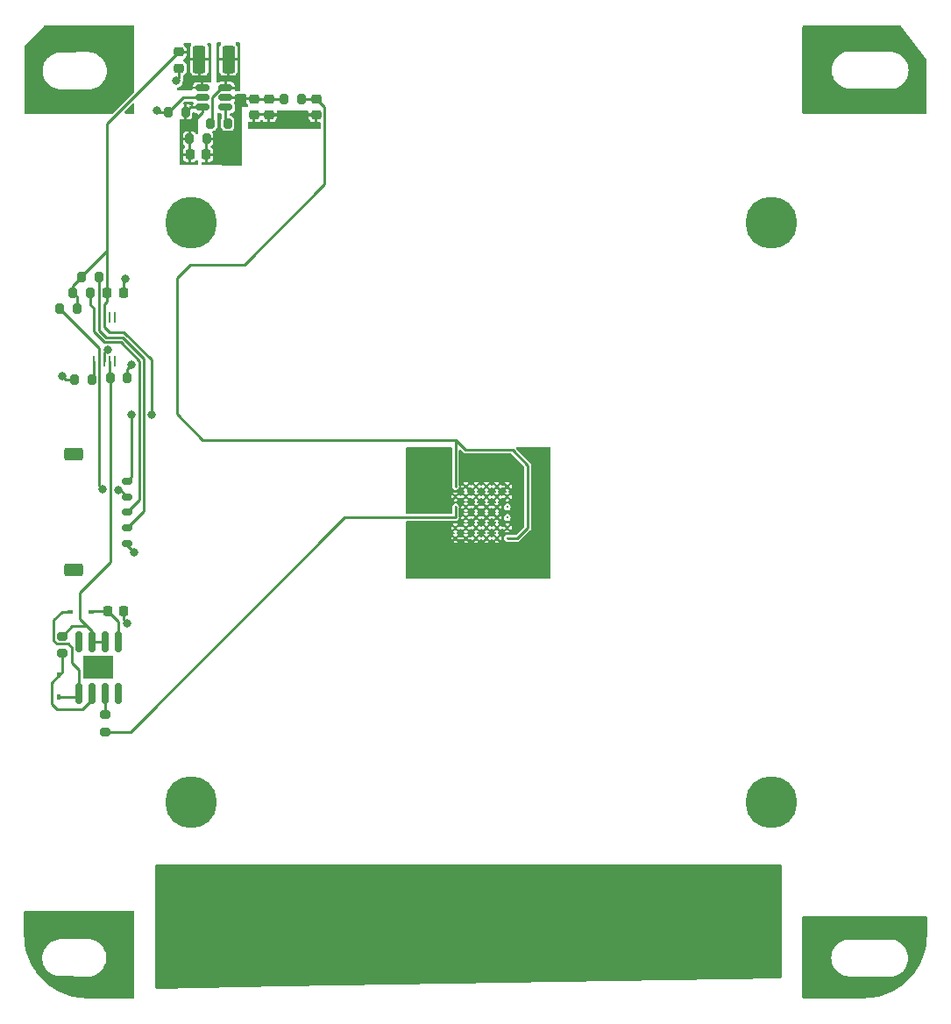
<source format=gbr>
%TF.GenerationSoftware,KiCad,Pcbnew,(6.0.2-0)*%
%TF.CreationDate,2023-01-12T00:58:35-06:00*%
%TF.ProjectId,cosmic_watch_remix_V1,636f736d-6963-45f7-9761-7463685f7265,rev?*%
%TF.SameCoordinates,Original*%
%TF.FileFunction,Copper,L1,Top*%
%TF.FilePolarity,Positive*%
%FSLAX46Y46*%
G04 Gerber Fmt 4.6, Leading zero omitted, Abs format (unit mm)*
G04 Created by KiCad (PCBNEW (6.0.2-0)) date 2023-01-12 00:58:35*
%MOMM*%
%LPD*%
G01*
G04 APERTURE LIST*
G04 Aperture macros list*
%AMRoundRect*
0 Rectangle with rounded corners*
0 $1 Rounding radius*
0 $2 $3 $4 $5 $6 $7 $8 $9 X,Y pos of 4 corners*
0 Add a 4 corners polygon primitive as box body*
4,1,4,$2,$3,$4,$5,$6,$7,$8,$9,$2,$3,0*
0 Add four circle primitives for the rounded corners*
1,1,$1+$1,$2,$3*
1,1,$1+$1,$4,$5*
1,1,$1+$1,$6,$7*
1,1,$1+$1,$8,$9*
0 Add four rect primitives between the rounded corners*
20,1,$1+$1,$2,$3,$4,$5,0*
20,1,$1+$1,$4,$5,$6,$7,0*
20,1,$1+$1,$6,$7,$8,$9,0*
20,1,$1+$1,$8,$9,$2,$3,0*%
G04 Aperture macros list end*
%TA.AperFunction,SMDPad,CuDef*%
%ADD10RoundRect,0.200000X0.200000X0.275000X-0.200000X0.275000X-0.200000X-0.275000X0.200000X-0.275000X0*%
%TD*%
%TA.AperFunction,SMDPad,CuDef*%
%ADD11RoundRect,0.150000X0.150000X-0.825000X0.150000X0.825000X-0.150000X0.825000X-0.150000X-0.825000X0*%
%TD*%
%TA.AperFunction,SMDPad,CuDef*%
%ADD12R,3.000000X2.290000*%
%TD*%
%TA.AperFunction,SMDPad,CuDef*%
%ADD13RoundRect,0.200000X-0.200000X-0.275000X0.200000X-0.275000X0.200000X0.275000X-0.200000X0.275000X0*%
%TD*%
%TA.AperFunction,SMDPad,CuDef*%
%ADD14RoundRect,0.225000X-0.250000X0.225000X-0.250000X-0.225000X0.250000X-0.225000X0.250000X0.225000X0*%
%TD*%
%TA.AperFunction,SMDPad,CuDef*%
%ADD15RoundRect,0.150000X-0.350000X0.150000X-0.350000X-0.150000X0.350000X-0.150000X0.350000X0.150000X0*%
%TD*%
%TA.AperFunction,SMDPad,CuDef*%
%ADD16RoundRect,0.250000X-0.650000X0.375000X-0.650000X-0.375000X0.650000X-0.375000X0.650000X0.375000X0*%
%TD*%
%TA.AperFunction,ComponentPad*%
%ADD17C,5.000000*%
%TD*%
%TA.AperFunction,SMDPad,CuDef*%
%ADD18RoundRect,0.200000X0.275000X-0.200000X0.275000X0.200000X-0.275000X0.200000X-0.275000X-0.200000X0*%
%TD*%
%TA.AperFunction,SMDPad,CuDef*%
%ADD19R,0.450000X0.600000*%
%TD*%
%TA.AperFunction,SMDPad,CuDef*%
%ADD20RoundRect,0.225000X-0.225000X-0.250000X0.225000X-0.250000X0.225000X0.250000X-0.225000X0.250000X0*%
%TD*%
%TA.AperFunction,SMDPad,CuDef*%
%ADD21C,0.260000*%
%TD*%
%TA.AperFunction,SMDPad,CuDef*%
%ADD22R,0.600000X0.450000*%
%TD*%
%TA.AperFunction,SMDPad,CuDef*%
%ADD23RoundRect,0.150000X-0.512500X-0.150000X0.512500X-0.150000X0.512500X0.150000X-0.512500X0.150000X0*%
%TD*%
%TA.AperFunction,SMDPad,CuDef*%
%ADD24RoundRect,0.225000X0.225000X0.250000X-0.225000X0.250000X-0.225000X-0.250000X0.225000X-0.250000X0*%
%TD*%
%TA.AperFunction,SMDPad,CuDef*%
%ADD25R,0.250000X1.100000*%
%TD*%
%TA.AperFunction,SMDPad,CuDef*%
%ADD26RoundRect,0.250000X-0.375000X-1.075000X0.375000X-1.075000X0.375000X1.075000X-0.375000X1.075000X0*%
%TD*%
%TA.AperFunction,ViaPad*%
%ADD27C,0.800000*%
%TD*%
%TA.AperFunction,Conductor*%
%ADD28C,0.254000*%
%TD*%
%TA.AperFunction,Conductor*%
%ADD29C,0.250000*%
%TD*%
G04 APERTURE END LIST*
D10*
%TO.P,R5,1*%
%TO.N,Net-(C5-Pad2)*%
X35431500Y-55348000D03*
%TO.P,R5,2*%
%TO.N,GND*%
X33781500Y-55348000D03*
%TD*%
D11*
%TO.P,U2,1*%
%TO.N,Net-(D1-Pad2)*%
X25095000Y-111475000D03*
%TO.P,U2,2,-*%
%TO.N,Net-(D1-Pad1)*%
X26365000Y-111475000D03*
%TO.P,U2,3,+*%
%TO.N,Net-(R8-Pad2)*%
X27635000Y-111475000D03*
%TO.P,U2,4,V-*%
%TO.N,unconnected-(U2-Pad4)*%
X28905000Y-111475000D03*
%TO.P,U2,5,+*%
%TO.N,Net-(C9-Pad1)*%
X28905000Y-106525000D03*
%TO.P,U2,6,-*%
%TO.N,Net-(R10-Pad2)*%
X27635000Y-106525000D03*
%TO.P,U2,7*%
X26365000Y-106525000D03*
%TO.P,U2,8,V+*%
%TO.N,unconnected-(U2-Pad8)*%
X25095000Y-106525000D03*
D12*
%TO.P,U2,9*%
%TO.N,N/C*%
X27000000Y-109000000D03*
%TD*%
D10*
%TO.P,R2,1*%
%TO.N,Net-(R2-Pad1)*%
X26375000Y-81190000D03*
%TO.P,R2,2*%
%TO.N,GND*%
X24725000Y-81190000D03*
%TD*%
D13*
%TO.P,R3,1*%
%TO.N,VCC*%
X24555000Y-72780000D03*
%TO.P,R3,2*%
%TO.N,Net-(J1-Pad3)*%
X26205000Y-72780000D03*
%TD*%
D14*
%TO.P,C8,1*%
%TO.N,VBIAS*%
X48068500Y-54065000D03*
%TO.P,C8,2*%
%TO.N,GND*%
X48068500Y-55615000D03*
%TD*%
%TO.P,C6,1*%
%TO.N,/VOUT*%
X42035500Y-54065000D03*
%TO.P,C6,2*%
%TO.N,GND*%
X42035500Y-55615000D03*
%TD*%
D13*
%TO.P,R4,1*%
%TO.N,VCC*%
X25405000Y-71260000D03*
%TO.P,R4,2*%
%TO.N,Net-(J1-Pad4)*%
X27055000Y-71260000D03*
%TD*%
%TO.P,R7,1*%
%TO.N,/VIN*%
X37845500Y-56440000D03*
%TO.P,R7,2*%
%TO.N,Net-(IC2-Pad4)*%
X39495500Y-56440000D03*
%TD*%
D15*
%TO.P,J1,1,Pin_1*%
%TO.N,VCC*%
X29795000Y-91000000D03*
%TO.P,J1,2,Pin_2*%
%TO.N,Net-(J1-Pad2)*%
X29795000Y-92500000D03*
%TO.P,J1,3,Pin_3*%
%TO.N,Net-(J1-Pad3)*%
X29795000Y-94000000D03*
%TO.P,J1,4,Pin_4*%
%TO.N,Net-(J1-Pad4)*%
X29795000Y-95500000D03*
%TO.P,J1,5,Pin_5*%
%TO.N,GND*%
X29795000Y-97000000D03*
D16*
%TO.P,J1,MP*%
%TO.N,N/C*%
X24605000Y-99605000D03*
X24605000Y-88395000D03*
%TD*%
D17*
%TO.P,,1*%
%TO.N,GND*%
X36000000Y-122000000D03*
%TD*%
D10*
%TO.P,R10,1*%
%TO.N,GND*%
X29821000Y-80990000D03*
%TO.P,R10,2*%
%TO.N,Net-(R10-Pad2)*%
X28171000Y-80990000D03*
%TD*%
%TO.P,R1,1*%
%TO.N,VCC*%
X24925000Y-74300000D03*
%TO.P,R1,2*%
%TO.N,Net-(J1-Pad2)*%
X23275000Y-74300000D03*
%TD*%
D18*
%TO.P,R8,1*%
%TO.N,Net-(IC1-PadC1)*%
X27635000Y-115200000D03*
%TO.P,R8,2*%
%TO.N,Net-(R8-Pad2)*%
X27635000Y-113550000D03*
%TD*%
D14*
%TO.P,C7,1*%
%TO.N,/VOUT*%
X43496500Y-54065000D03*
%TO.P,C7,2*%
%TO.N,GND*%
X43496500Y-55615000D03*
%TD*%
D19*
%TO.P,D1,1,A*%
%TO.N,Net-(D1-Pad1)*%
X23200000Y-109750000D03*
%TO.P,D1,2,K*%
%TO.N,Net-(D1-Pad2)*%
X23200000Y-111850000D03*
%TD*%
D14*
%TO.P,C4,1*%
%TO.N,VCC*%
X34810500Y-49565000D03*
%TO.P,C4,2*%
%TO.N,GND*%
X34810500Y-51115000D03*
%TD*%
D20*
%TO.P,C1,1*%
%TO.N,VCC*%
X27875000Y-72790000D03*
%TO.P,C1,2*%
%TO.N,GND*%
X29425000Y-72790000D03*
%TD*%
D13*
%TO.P,R6,1*%
%TO.N,Net-(C5-Pad2)*%
X35813500Y-57940000D03*
%TO.P,R6,2*%
%TO.N,/VOUT*%
X37463500Y-57940000D03*
%TD*%
D21*
%TO.P,IC1,A1,CATHODE_1*%
%TO.N,VBIAS*%
X61500000Y-91500000D03*
%TO.P,IC1,A2,NO_CONNECT_1*%
%TO.N,GND*%
X62500000Y-91500000D03*
%TO.P,IC1,A3,NO_CONNECT_2*%
X63500000Y-91500000D03*
%TO.P,IC1,A4,NO_CONNECT_3*%
X64500000Y-91500000D03*
%TO.P,IC1,A5,NO_CONNECT_4*%
X65500000Y-91500000D03*
%TO.P,IC1,A6,NO_CONNECT_5*%
X66500000Y-91500000D03*
%TO.P,IC1,B1,NO_CONNECT_6*%
X61500000Y-92500000D03*
%TO.P,IC1,B2,NO_CONNECT_7*%
X62500000Y-92500000D03*
%TO.P,IC1,B3,NO_CONNECT_8*%
X63500000Y-92500000D03*
%TO.P,IC1,B4,NO_CONNECT_9*%
X64500000Y-92500000D03*
%TO.P,IC1,B5,NO_CONNECT_10*%
X65500000Y-92500000D03*
%TO.P,IC1,B6,NO_CONNECT_11*%
X66500000Y-92500000D03*
%TO.P,IC1,C1,ANODE_1*%
%TO.N,Net-(IC1-PadC1)*%
X61500000Y-93500000D03*
%TO.P,IC1,C2,NO_CONNECT_12*%
%TO.N,GND*%
X62500000Y-93500000D03*
%TO.P,IC1,C3,NO_CONNECT_13*%
X63500000Y-93500000D03*
%TO.P,IC1,C4,NO_CONNECT_14*%
X64500000Y-93500000D03*
%TO.P,IC1,C5,NO_CONNECT_15*%
X65500000Y-93500000D03*
%TO.P,IC1,C6,FAST_OUTPUT_1*%
%TO.N,unconnected-(IC1-PadC6)*%
X66500000Y-93500000D03*
%TO.P,IC1,D1,ANODE_2*%
%TO.N,Net-(IC1-PadC1)*%
X61500000Y-94500000D03*
%TO.P,IC1,D2,NO_CONNECT_16*%
%TO.N,GND*%
X62500000Y-94500000D03*
%TO.P,IC1,D3,NO_CONNECT_17*%
X63500000Y-94500000D03*
%TO.P,IC1,D4,NO_CONNECT_18*%
X64500000Y-94500000D03*
%TO.P,IC1,D5,NO_CONNECT_19*%
X65500000Y-94500000D03*
%TO.P,IC1,D6,FAST_OUTPUT_2*%
%TO.N,unconnected-(IC1-PadD6)*%
X66500000Y-94500000D03*
%TO.P,IC1,E1,NO_CONNECT_20*%
%TO.N,GND*%
X61500000Y-95500000D03*
%TO.P,IC1,E2,NO_CONNECT_21*%
X62500000Y-95500000D03*
%TO.P,IC1,E3,NO_CONNECT_22*%
X63500000Y-95500000D03*
%TO.P,IC1,E4,NO_CONNECT_23*%
X64500000Y-95500000D03*
%TO.P,IC1,E5,NO_CONNECT_24*%
X65500000Y-95500000D03*
%TO.P,IC1,E6,NO_CONNECT_25*%
X66500000Y-95500000D03*
%TO.P,IC1,F1,NO_CONNECT_26*%
X61500000Y-96500000D03*
%TO.P,IC1,F2,NO_CONNECT_27*%
X62500000Y-96500000D03*
%TO.P,IC1,F3,NO_CONNECT_28*%
X63500000Y-96500000D03*
%TO.P,IC1,F4,NO_CONNECT_29*%
X64500000Y-96500000D03*
%TO.P,IC1,F5,NO_CONNECT_30*%
X65500000Y-96500000D03*
%TO.P,IC1,F6,CATHODE_2*%
%TO.N,VBIAS*%
X66500000Y-96500000D03*
%TD*%
D18*
%TO.P,R9,1*%
%TO.N,Net-(D1-Pad1)*%
X23500000Y-107625000D03*
%TO.P,R9,2*%
%TO.N,Net-(R10-Pad2)*%
X23500000Y-105975000D03*
%TD*%
D22*
%TO.P,D2,1,A*%
%TO.N,Net-(D1-Pad2)*%
X24250000Y-103600000D03*
%TO.P,D2,2,K*%
%TO.N,Net-(C9-Pad1)*%
X26350000Y-103600000D03*
%TD*%
D23*
%TO.P,IC2,1,SW*%
%TO.N,VCC*%
X37025000Y-53000000D03*
%TO.P,IC2,2,GND*%
%TO.N,GND*%
X37025000Y-53950000D03*
%TO.P,IC2,3,FB*%
%TO.N,Net-(C5-Pad2)*%
X37025000Y-54900000D03*
%TO.P,IC2,4,~{SHDN}*%
%TO.N,Net-(IC2-Pad4)*%
X39300000Y-54900000D03*
%TO.P,IC2,5,VOUT*%
%TO.N,/VOUT*%
X39300000Y-53950000D03*
%TO.P,IC2,6,VIN*%
%TO.N,/VIN*%
X39300000Y-53000000D03*
%TD*%
D20*
%TO.P,C9,1*%
%TO.N,Net-(C9-Pad1)*%
X27900000Y-103585000D03*
%TO.P,C9,2*%
%TO.N,GND*%
X29450000Y-103585000D03*
%TD*%
D17*
%TO.P,,1*%
%TO.N,GND*%
X92000000Y-66000000D03*
%TD*%
%TO.P,,1*%
%TO.N,GND*%
X92000000Y-122000000D03*
%TD*%
D24*
%TO.P,C5,1*%
%TO.N,/VOUT*%
X37413500Y-59440000D03*
%TO.P,C5,2*%
%TO.N,Net-(C5-Pad2)*%
X35863500Y-59440000D03*
%TD*%
D25*
%TO.P,U1,1,ADDR*%
%TO.N,Net-(R2-Pad1)*%
X26600000Y-79450000D03*
%TO.P,U1,2,ALERT/RDY*%
%TO.N,Net-(J1-Pad2)*%
X27100000Y-79450000D03*
%TO.P,U1,3,GND*%
%TO.N,GND*%
X27600000Y-79450000D03*
%TO.P,U1,4,AIN0*%
%TO.N,Net-(R10-Pad2)*%
X28100000Y-79450000D03*
%TO.P,U1,5,AIN1*%
%TO.N,unconnected-(U1-Pad5)*%
X28600000Y-79450000D03*
%TO.P,U1,6,AIN2*%
%TO.N,unconnected-(U1-Pad6)*%
X28600000Y-75150000D03*
%TO.P,U1,7,AIN3*%
%TO.N,unconnected-(U1-Pad7)*%
X28100000Y-75150000D03*
%TO.P,U1,8,VDD*%
%TO.N,VCC*%
X27600000Y-75150000D03*
%TO.P,U1,9,SDA*%
%TO.N,Net-(J1-Pad4)*%
X27100000Y-75150000D03*
%TO.P,U1,10,SCL*%
%TO.N,Net-(J1-Pad3)*%
X26600000Y-75150000D03*
%TD*%
D26*
%TO.P,L2,1,1*%
%TO.N,VCC*%
X36762500Y-50268000D03*
%TO.P,L2,2,2*%
%TO.N,/VIN*%
X39562500Y-50268000D03*
%TD*%
D13*
%TO.P,L3,1,1*%
%TO.N,/VOUT*%
X44957500Y-54078000D03*
%TO.P,L3,2,2*%
%TO.N,VBIAS*%
X46607500Y-54078000D03*
%TD*%
D17*
%TO.P,,1*%
%TO.N,GND*%
X36000000Y-66000000D03*
%TD*%
D27*
%TO.N,GND*%
X44560224Y-55738204D03*
X58000000Y-99160000D03*
X29632000Y-71458000D03*
X27900000Y-78300000D03*
X30246000Y-79740000D03*
X23536000Y-80856000D03*
X34510500Y-52340000D03*
X29800000Y-104700000D03*
X69430000Y-99160000D03*
X46846224Y-55738204D03*
X58000000Y-89000000D03*
X69430000Y-89000000D03*
X32622224Y-55230204D03*
X30500000Y-97900000D03*
%TO.N,VCC*%
X32152531Y-84600000D03*
X30246011Y-84600000D03*
%TO.N,Net-(J1-Pad2)*%
X28897500Y-91900000D03*
X27444500Y-91800000D03*
%TD*%
D28*
%TO.N,GND*%
X35179500Y-53950000D02*
X33781500Y-55348000D01*
X29425000Y-71665000D02*
X29632000Y-71458000D01*
X29821000Y-80165000D02*
X30246000Y-79740000D01*
X29450000Y-104350000D02*
X29800000Y-104700000D01*
X27600000Y-78600000D02*
X27900000Y-78300000D01*
X29425000Y-72790000D02*
X29425000Y-71665000D01*
X44437020Y-55615000D02*
X44560224Y-55738204D01*
X24725000Y-81190000D02*
X23870000Y-81190000D01*
X23870000Y-81190000D02*
X23536000Y-80856000D01*
X43496500Y-55615000D02*
X44437020Y-55615000D01*
X34810500Y-51115000D02*
X34810500Y-52040000D01*
X27600000Y-79450000D02*
X27600000Y-78600000D01*
X46969428Y-55615000D02*
X46846224Y-55738204D01*
X29795000Y-97195000D02*
X30500000Y-97900000D01*
X34810500Y-52040000D02*
X34510500Y-52340000D01*
X48068500Y-55615000D02*
X46969428Y-55615000D01*
X33781500Y-55348000D02*
X32740020Y-55348000D01*
X32740020Y-55348000D02*
X32622224Y-55230204D01*
X29450000Y-103585000D02*
X29450000Y-104350000D01*
X29795000Y-97000000D02*
X29795000Y-97195000D01*
X37025000Y-53950000D02*
X35179500Y-53950000D01*
X29821000Y-80990000D02*
X29821000Y-80165000D01*
%TO.N,VCC*%
X25405000Y-71195000D02*
X27875000Y-68725000D01*
X27875000Y-72790000D02*
X27875000Y-68725000D01*
X24925000Y-73150000D02*
X24555000Y-72780000D01*
X32152531Y-84600000D02*
X32152531Y-79269783D01*
X27600000Y-76125223D02*
X27600000Y-75150000D01*
D29*
X27875000Y-73675000D02*
X27875000Y-72790000D01*
D28*
X32152531Y-79269783D02*
X29478584Y-76595836D01*
D29*
X27600000Y-75150000D02*
X27600000Y-73950000D01*
D28*
X29800000Y-91000000D02*
X30246011Y-90553989D01*
X25405000Y-71260000D02*
X24555000Y-72110000D01*
X27875000Y-56500500D02*
X34810500Y-49565000D01*
X24555000Y-72110000D02*
X24555000Y-72780000D01*
X30246011Y-90553989D02*
X30246011Y-84600000D01*
D29*
X27600000Y-73950000D02*
X27875000Y-73675000D01*
D28*
X28070613Y-76595836D02*
X27600000Y-76125223D01*
X27875000Y-68725000D02*
X27875000Y-56500500D01*
X29478584Y-76595836D02*
X28070613Y-76595836D01*
X24925000Y-74300000D02*
X24925000Y-73150000D01*
%TO.N,Net-(J1-Pad2)*%
X27101520Y-79451520D02*
X27101520Y-91457020D01*
X27101520Y-91457020D02*
X27444500Y-91800000D01*
X27100000Y-78125000D02*
X27100000Y-79450000D01*
X23275000Y-74300000D02*
X27100000Y-78125000D01*
X27100000Y-79450000D02*
X27101520Y-79451520D01*
X28897500Y-91900000D02*
X29195000Y-91900000D01*
X29195000Y-91900000D02*
X29795000Y-92500000D01*
%TO.N,Net-(J1-Pad3)*%
X29795000Y-94000000D02*
X30972511Y-92822489D01*
X26600000Y-76574421D02*
X26600000Y-75150000D01*
X30972511Y-79372511D02*
X29173489Y-77573489D01*
X30972511Y-92822489D02*
X30972511Y-79372511D01*
X27599068Y-77573489D02*
X26600000Y-76574421D01*
D29*
X26205000Y-72780000D02*
X26205000Y-73915000D01*
X26600000Y-74310000D02*
X26600000Y-75150000D01*
D28*
X29173489Y-77573489D02*
X27599068Y-77573489D01*
D29*
X26205000Y-73915000D02*
X26600000Y-74310000D01*
D28*
%TO.N,Net-(J1-Pad4)*%
X27786922Y-77119969D02*
X27100000Y-76433047D01*
D29*
X27100000Y-75150000D02*
X27100000Y-71305000D01*
D28*
X27100000Y-76433047D02*
X27100000Y-75150000D01*
X31426031Y-93868969D02*
X31426031Y-79184657D01*
X29341374Y-77100000D02*
X29321405Y-77119969D01*
X29795000Y-95500000D02*
X31426031Y-93868969D01*
X29321405Y-77119969D02*
X27786922Y-77119969D01*
X31426031Y-79184657D02*
X29341374Y-77100000D01*
D29*
%TO.N,Net-(R2-Pad1)*%
X26600000Y-79450000D02*
X26600000Y-80965000D01*
%TO.N,/VOUT*%
X43496500Y-54065000D02*
X44944500Y-54065000D01*
X42035500Y-54065000D02*
X43496500Y-54065000D01*
D28*
%TO.N,Net-(C5-Pad2)*%
X35879500Y-54900000D02*
X35431500Y-55348000D01*
X37025000Y-54900000D02*
X35879500Y-54900000D01*
X37025000Y-54900000D02*
X37025000Y-55399428D01*
X37025000Y-55399428D02*
X35813500Y-56610928D01*
X35813500Y-56610928D02*
X35813500Y-57888000D01*
D29*
%TO.N,VBIAS*%
X41100000Y-70100000D02*
X35894463Y-70100000D01*
D28*
X67000000Y-88000000D02*
X62500000Y-88000000D01*
D29*
X48868020Y-54864520D02*
X48868020Y-62331980D01*
X37100000Y-87000000D02*
X61500000Y-87000000D01*
X48868020Y-62331980D02*
X41100000Y-70100000D01*
X34600000Y-84500000D02*
X37100000Y-87000000D01*
D28*
X62500000Y-88000000D02*
X61500000Y-87000000D01*
D29*
X48068500Y-54065000D02*
X48868020Y-54864520D01*
D28*
X68500000Y-89500000D02*
X67000000Y-88000000D01*
X61500000Y-87000000D02*
X61500000Y-91500000D01*
D29*
X34600000Y-71394463D02*
X34600000Y-84500000D01*
X46607500Y-54078000D02*
X48055500Y-54078000D01*
D28*
X67500000Y-96500000D02*
X68500000Y-95500000D01*
D29*
X35894463Y-70100000D02*
X34600000Y-71394463D01*
D28*
X66500000Y-96500000D02*
X67500000Y-96500000D01*
X68500000Y-95500000D02*
X68500000Y-89500000D01*
%TO.N,Net-(C9-Pad1)*%
X28905000Y-106525000D02*
X28905000Y-104590000D01*
X27900000Y-103585000D02*
X26365000Y-103585000D01*
X28905000Y-104590000D02*
X27900000Y-103585000D01*
%TO.N,Net-(D1-Pad1)*%
X25500000Y-113000000D02*
X26365000Y-112135000D01*
X22500000Y-112500000D02*
X23000000Y-113000000D01*
X23000000Y-113000000D02*
X25500000Y-113000000D01*
X23500000Y-109450000D02*
X23200000Y-109750000D01*
X22500000Y-110450000D02*
X22500000Y-112500000D01*
X23500000Y-107625000D02*
X23500000Y-109450000D01*
X23200000Y-109750000D02*
X22500000Y-110450000D01*
%TO.N,Net-(D1-Pad2)*%
X23006909Y-106701520D02*
X22698480Y-106393091D01*
X24101520Y-106701520D02*
X23006909Y-106701520D01*
X23500000Y-103600000D02*
X24250000Y-103600000D01*
X22700000Y-104400000D02*
X23500000Y-103600000D01*
X24720000Y-111850000D02*
X25095000Y-111475000D01*
X24468480Y-108568480D02*
X24468480Y-107068480D01*
X22700000Y-105555389D02*
X22700000Y-104400000D01*
X22698480Y-105556909D02*
X22700000Y-105555389D01*
X25095000Y-111475000D02*
X25095000Y-109195000D01*
X22698480Y-106393091D02*
X22698480Y-105556909D01*
X24468480Y-107068480D02*
X24101520Y-106701520D01*
X25095000Y-109195000D02*
X24468480Y-108568480D01*
X23200000Y-111850000D02*
X24720000Y-111850000D01*
%TO.N,Net-(IC1-PadC1)*%
X61500000Y-94500000D02*
X50800000Y-94500000D01*
X61500000Y-94500000D02*
X61500000Y-93500000D01*
X50800000Y-94500000D02*
X30100000Y-115200000D01*
X27635000Y-115200000D02*
X30100000Y-115200000D01*
D29*
%TO.N,/VIN*%
X38012020Y-53904408D02*
X38916428Y-53000000D01*
X38012020Y-56197480D02*
X38012020Y-53904408D01*
%TO.N,Net-(IC2-Pad4)*%
X39300000Y-54900000D02*
X39300000Y-56168500D01*
D28*
%TO.N,Net-(R8-Pad2)*%
X27635000Y-111475000D02*
X27635000Y-113550000D01*
%TO.N,Net-(R10-Pad2)*%
X26365000Y-106525000D02*
X27635000Y-106525000D01*
X28171000Y-98829000D02*
X28171000Y-80990000D01*
X25900000Y-105000000D02*
X25200000Y-104300000D01*
X24475000Y-105000000D02*
X25900000Y-105000000D01*
X25200000Y-101800000D02*
X28171000Y-98829000D01*
X23500000Y-105975000D02*
X24475000Y-105000000D01*
X28100000Y-79450000D02*
X28100000Y-80919000D01*
X25200000Y-104300000D02*
X25200000Y-101800000D01*
X26365000Y-105465000D02*
X26365000Y-106525000D01*
X25900000Y-105000000D02*
X26365000Y-105465000D01*
%TD*%
%TA.AperFunction,NonConductor*%
G36*
X92942121Y-128020002D02*
G01*
X92988614Y-128073658D01*
X93000000Y-128126000D01*
X93000000Y-138876065D01*
X92979998Y-138944186D01*
X92926342Y-138990679D01*
X92876082Y-139002048D01*
X44677684Y-139798716D01*
X32628082Y-139997883D01*
X32559640Y-139979009D01*
X32512267Y-139926129D01*
X32500000Y-139871900D01*
X32500000Y-128126000D01*
X32520002Y-128057879D01*
X32573658Y-128011386D01*
X32626000Y-128000000D01*
X92874000Y-128000000D01*
X92942121Y-128020002D01*
G37*
%TD.AperFunction*%
%TA.AperFunction,NonConductor*%
G36*
X106992121Y-133020002D02*
G01*
X107038614Y-133073658D01*
X107050000Y-133126000D01*
X107050000Y-134752976D01*
X107048047Y-134770182D01*
X107048037Y-134775813D01*
X107044857Y-134789642D01*
X107047989Y-134803483D01*
X107047964Y-134817669D01*
X107047868Y-134817669D01*
X107048600Y-134825635D01*
X107031236Y-135267573D01*
X107030460Y-135277436D01*
X106974864Y-135747161D01*
X106973316Y-135756932D01*
X106881040Y-136220839D01*
X106878733Y-136230447D01*
X106802339Y-136501322D01*
X106750343Y-136685685D01*
X106747286Y-136695094D01*
X106583572Y-137138860D01*
X106579787Y-137147997D01*
X106388187Y-137563611D01*
X106381760Y-137577552D01*
X106377269Y-137586365D01*
X106285153Y-137750850D01*
X106146159Y-137999041D01*
X106140990Y-138007477D01*
X106120028Y-138038849D01*
X105884674Y-138391083D01*
X105878207Y-138400761D01*
X105872398Y-138408757D01*
X105782085Y-138523318D01*
X105579563Y-138780215D01*
X105573138Y-138787738D01*
X105501953Y-138864746D01*
X105252057Y-139135083D01*
X105245083Y-139142057D01*
X105130205Y-139248249D01*
X104897738Y-139463138D01*
X104890215Y-139469563D01*
X104731290Y-139594850D01*
X104518757Y-139762398D01*
X104510769Y-139768201D01*
X104202061Y-139974473D01*
X104117477Y-140030990D01*
X104109041Y-140036159D01*
X103696367Y-140267268D01*
X103687554Y-140271759D01*
X103265267Y-140466436D01*
X103258000Y-140469786D01*
X103248860Y-140473572D01*
X102805094Y-140637286D01*
X102795685Y-140640343D01*
X102645542Y-140682688D01*
X102340447Y-140768733D01*
X102330846Y-140771038D01*
X102103340Y-140816292D01*
X101866932Y-140863316D01*
X101857161Y-140864864D01*
X101387436Y-140920460D01*
X101377573Y-140921236D01*
X100936205Y-140938577D01*
X100928373Y-140937844D01*
X100928373Y-140938061D01*
X100914186Y-140938036D01*
X100900358Y-140934857D01*
X100886519Y-140937988D01*
X100881630Y-140937980D01*
X100863552Y-140940000D01*
X95126000Y-140940000D01*
X95057879Y-140919998D01*
X95011386Y-140866342D01*
X95000000Y-140814000D01*
X95000000Y-137006368D01*
X97800703Y-137006368D01*
X97800958Y-137010897D01*
X97800958Y-137010900D01*
X97805887Y-137098425D01*
X97815122Y-137262424D01*
X97866198Y-137513748D01*
X97867730Y-137518015D01*
X97867731Y-137518018D01*
X97890721Y-137582042D01*
X97952869Y-137755120D01*
X97955002Y-137759129D01*
X97955003Y-137759131D01*
X98020647Y-137882503D01*
X98073335Y-137981527D01*
X98225095Y-138188267D01*
X98404996Y-138371046D01*
X98408611Y-138373789D01*
X98477586Y-138426125D01*
X98609302Y-138526067D01*
X98833770Y-138650111D01*
X98838029Y-138651717D01*
X98838031Y-138651718D01*
X99069484Y-138738998D01*
X99069489Y-138739000D01*
X99073736Y-138740601D01*
X99078171Y-138741576D01*
X99078175Y-138741577D01*
X99288186Y-138787738D01*
X99324218Y-138795658D01*
X99556684Y-138812453D01*
X99575162Y-138813788D01*
X99575111Y-138814489D01*
X99577186Y-138814257D01*
X99579297Y-138814746D01*
X99580013Y-138814747D01*
X99586951Y-138813164D01*
X99594025Y-138812373D01*
X99594034Y-138812453D01*
X99616294Y-138810092D01*
X100130736Y-138816773D01*
X103392247Y-138859131D01*
X103419055Y-138862373D01*
X103422335Y-138863133D01*
X103422341Y-138863134D01*
X103429297Y-138864746D01*
X103430013Y-138864747D01*
X103432141Y-138864262D01*
X103433526Y-138864421D01*
X103433493Y-138863953D01*
X103444958Y-138863133D01*
X103686834Y-138845834D01*
X103691238Y-138844876D01*
X103934020Y-138792062D01*
X103934024Y-138792061D01*
X103938427Y-138791103D01*
X104179670Y-138701124D01*
X104405652Y-138577728D01*
X104611773Y-138423428D01*
X104793837Y-138241364D01*
X104948137Y-138035243D01*
X105071533Y-137809261D01*
X105161512Y-137568018D01*
X105174286Y-137509300D01*
X105215285Y-137320829D01*
X105216243Y-137316425D01*
X105234611Y-137059604D01*
X105216243Y-136802783D01*
X105214732Y-136795836D01*
X105162471Y-136555597D01*
X105162470Y-136555593D01*
X105161512Y-136551190D01*
X105071533Y-136309947D01*
X104948137Y-136083965D01*
X104793837Y-135877844D01*
X104611773Y-135695780D01*
X104405652Y-135541480D01*
X104179670Y-135418084D01*
X103938427Y-135328105D01*
X103934024Y-135327147D01*
X103934020Y-135327146D01*
X103691238Y-135274332D01*
X103686834Y-135273374D01*
X103434443Y-135255323D01*
X103434483Y-135254766D01*
X103432836Y-135254950D01*
X103430729Y-135254462D01*
X103430013Y-135254461D01*
X103423077Y-135256043D01*
X103421265Y-135256456D01*
X103393273Y-135259611D01*
X99672539Y-135260389D01*
X99651248Y-135257611D01*
X99651154Y-135258250D01*
X99644098Y-135257209D01*
X99637213Y-135255381D01*
X99636497Y-135255357D01*
X99634364Y-135255773D01*
X99632536Y-135255503D01*
X99632561Y-135256124D01*
X99384771Y-135266137D01*
X99384766Y-135266138D01*
X99380226Y-135266321D01*
X99375762Y-135267155D01*
X99375759Y-135267155D01*
X99233280Y-135293764D01*
X99128123Y-135313402D01*
X98885406Y-135396232D01*
X98881369Y-135398298D01*
X98881363Y-135398301D01*
X98763708Y-135458528D01*
X98657115Y-135513091D01*
X98447994Y-135661552D01*
X98262383Y-135838530D01*
X98259581Y-135842103D01*
X98259577Y-135842108D01*
X98193031Y-135926980D01*
X98104140Y-136040350D01*
X98101876Y-136044297D01*
X98101875Y-136044299D01*
X98011495Y-136201889D01*
X97976550Y-136262821D01*
X97974877Y-136267053D01*
X97974876Y-136267055D01*
X97957920Y-136309947D01*
X97882264Y-136501322D01*
X97881218Y-136505745D01*
X97836438Y-136695094D01*
X97823240Y-136750899D01*
X97822841Y-136755422D01*
X97822840Y-136755428D01*
X97815327Y-136840596D01*
X97800703Y-137006368D01*
X95000000Y-137006368D01*
X95000000Y-133126000D01*
X95020002Y-133057879D01*
X95073658Y-133011386D01*
X95126000Y-133000000D01*
X106924000Y-133000000D01*
X106992121Y-133020002D01*
G37*
%TD.AperFunction*%
%TA.AperFunction,NonConductor*%
G36*
X30418032Y-54524788D02*
G01*
X30474868Y-54567335D01*
X30499679Y-54633855D01*
X30500000Y-54642844D01*
X30500000Y-55374000D01*
X30479998Y-55442121D01*
X30426342Y-55488614D01*
X30374000Y-55500000D01*
X29642844Y-55500000D01*
X29574723Y-55479998D01*
X29528230Y-55426342D01*
X29518126Y-55356068D01*
X29547620Y-55291488D01*
X29553749Y-55284905D01*
X30284905Y-54553749D01*
X30347217Y-54519723D01*
X30418032Y-54524788D01*
G37*
%TD.AperFunction*%
%TA.AperFunction,NonConductor*%
G36*
X30442121Y-47020002D02*
G01*
X30488614Y-47073658D01*
X30500000Y-47126000D01*
X30500000Y-53360156D01*
X30479998Y-53428277D01*
X30463095Y-53449251D01*
X28449251Y-55463095D01*
X28386939Y-55497121D01*
X28360156Y-55500000D01*
X19966000Y-55500000D01*
X19897879Y-55479998D01*
X19851386Y-55426342D01*
X19840000Y-55374000D01*
X19840000Y-51466273D01*
X21613635Y-51466273D01*
X21645939Y-51718995D01*
X21713931Y-51964533D01*
X21816223Y-52197875D01*
X21950725Y-52414256D01*
X21953623Y-52417702D01*
X21953624Y-52417704D01*
X22052802Y-52535654D01*
X22114693Y-52609260D01*
X22304779Y-52778904D01*
X22517101Y-52919727D01*
X22521168Y-52921655D01*
X22521172Y-52921657D01*
X22743249Y-53026920D01*
X22743255Y-53026922D01*
X22747326Y-53028852D01*
X22751629Y-53030181D01*
X22751636Y-53030184D01*
X22958145Y-53093980D01*
X22990753Y-53104053D01*
X22995196Y-53104755D01*
X22995202Y-53104756D01*
X23237684Y-53143046D01*
X23237579Y-53143713D01*
X23239583Y-53143661D01*
X23241649Y-53144329D01*
X23242362Y-53144391D01*
X23249416Y-53143403D01*
X23249419Y-53143403D01*
X23263603Y-53141416D01*
X23282225Y-53140203D01*
X25972373Y-53164666D01*
X25999679Y-53167916D01*
X26002328Y-53168530D01*
X26002331Y-53168530D01*
X26009284Y-53170142D01*
X26010000Y-53170143D01*
X26012128Y-53169658D01*
X26013513Y-53169817D01*
X26013480Y-53169349D01*
X26077196Y-53164792D01*
X26266821Y-53151230D01*
X26271225Y-53150272D01*
X26514007Y-53097458D01*
X26514011Y-53097457D01*
X26518414Y-53096499D01*
X26759657Y-53006520D01*
X26985639Y-52883124D01*
X27191760Y-52728824D01*
X27373824Y-52546760D01*
X27528124Y-52340639D01*
X27651520Y-52114657D01*
X27741499Y-51873414D01*
X27774145Y-51723346D01*
X27795272Y-51626225D01*
X27796230Y-51621821D01*
X27814598Y-51365000D01*
X27796230Y-51108179D01*
X27764956Y-50964414D01*
X27742458Y-50860993D01*
X27742457Y-50860989D01*
X27741499Y-50856586D01*
X27651520Y-50615343D01*
X27528124Y-50389361D01*
X27373824Y-50183240D01*
X27191760Y-50001176D01*
X26985639Y-49846876D01*
X26759657Y-49723480D01*
X26518414Y-49633501D01*
X26514011Y-49632543D01*
X26514007Y-49632542D01*
X26271225Y-49579728D01*
X26266821Y-49578770D01*
X26014430Y-49560719D01*
X26014470Y-49560163D01*
X26012825Y-49560347D01*
X26010716Y-49559858D01*
X26010000Y-49559857D01*
X26003061Y-49561440D01*
X26003059Y-49561440D01*
X25999749Y-49562195D01*
X25972931Y-49565345D01*
X23765775Y-49586420D01*
X23337959Y-49590505D01*
X23314897Y-49588600D01*
X23299547Y-49585896D01*
X23298832Y-49585933D01*
X23296740Y-49586529D01*
X23294963Y-49586420D01*
X23295038Y-49587014D01*
X23046070Y-49618269D01*
X22800379Y-49685707D01*
X22566807Y-49787472D01*
X22562985Y-49789836D01*
X22562979Y-49789839D01*
X22474250Y-49844717D01*
X22350123Y-49921487D01*
X22154751Y-50085015D01*
X22151744Y-50088369D01*
X22022639Y-50232376D01*
X21984678Y-50274718D01*
X21843377Y-50486722D01*
X21733733Y-50716701D01*
X21732391Y-50721009D01*
X21732390Y-50721013D01*
X21702711Y-50816325D01*
X21657985Y-50959958D01*
X21617677Y-51211527D01*
X21613635Y-51466273D01*
X19840000Y-51466273D01*
X19840000Y-48983318D01*
X19860002Y-48915197D01*
X19876106Y-48895028D01*
X21700274Y-47037710D01*
X21762277Y-47003126D01*
X21790168Y-47000000D01*
X30374000Y-47000000D01*
X30442121Y-47020002D01*
G37*
%TD.AperFunction*%
%TA.AperFunction,NonConductor*%
G36*
X30442121Y-132520002D02*
G01*
X30488614Y-132573658D01*
X30500000Y-132626000D01*
X30500000Y-140814000D01*
X30479998Y-140882121D01*
X30426342Y-140928614D01*
X30374000Y-140940000D01*
X26007024Y-140940000D01*
X25989818Y-140938047D01*
X25984187Y-140938037D01*
X25970358Y-140934857D01*
X25956517Y-140937989D01*
X25942331Y-140937964D01*
X25942331Y-140937868D01*
X25934366Y-140938600D01*
X25815302Y-140933922D01*
X25492427Y-140921236D01*
X25482564Y-140920460D01*
X25012839Y-140864864D01*
X25003068Y-140863316D01*
X24766660Y-140816292D01*
X24539154Y-140771038D01*
X24529553Y-140768733D01*
X24224458Y-140682688D01*
X24074315Y-140640343D01*
X24064906Y-140637286D01*
X23621140Y-140473572D01*
X23612000Y-140469786D01*
X23604734Y-140466436D01*
X23182446Y-140271759D01*
X23173633Y-140267268D01*
X22760959Y-140036159D01*
X22752523Y-140030990D01*
X22667939Y-139974473D01*
X22359231Y-139768201D01*
X22351243Y-139762398D01*
X22138710Y-139594850D01*
X21979785Y-139469563D01*
X21972262Y-139463138D01*
X21739795Y-139248249D01*
X21624917Y-139142057D01*
X21617943Y-139135083D01*
X21379112Y-138876716D01*
X21296862Y-138787738D01*
X21290437Y-138780215D01*
X21101407Y-138540433D01*
X20997602Y-138408757D01*
X20991793Y-138400761D01*
X20968002Y-138365154D01*
X20729010Y-138007477D01*
X20723841Y-137999041D01*
X20492732Y-137586367D01*
X20488240Y-137577552D01*
X20353941Y-137286234D01*
X20290213Y-137147997D01*
X20286428Y-137138860D01*
X20281788Y-137126282D01*
X21583833Y-137126282D01*
X21584404Y-137130747D01*
X21584404Y-137130752D01*
X21586034Y-137143503D01*
X21616137Y-137379004D01*
X21684129Y-137624542D01*
X21786421Y-137857884D01*
X21788802Y-137861714D01*
X21916589Y-138067292D01*
X21920923Y-138074265D01*
X21923821Y-138077711D01*
X21923822Y-138077713D01*
X22023000Y-138195663D01*
X22084891Y-138269269D01*
X22274977Y-138438913D01*
X22487299Y-138579736D01*
X22491366Y-138581664D01*
X22491370Y-138581666D01*
X22713447Y-138686929D01*
X22713453Y-138686931D01*
X22717524Y-138688861D01*
X22721827Y-138690190D01*
X22721834Y-138690193D01*
X22928343Y-138753989D01*
X22960951Y-138764062D01*
X22965394Y-138764764D01*
X22965400Y-138764765D01*
X23207882Y-138803055D01*
X23207777Y-138803722D01*
X23209781Y-138803670D01*
X23211847Y-138804338D01*
X23212560Y-138804400D01*
X23219614Y-138803412D01*
X23219617Y-138803412D01*
X23233801Y-138801425D01*
X23252423Y-138800212D01*
X25942571Y-138824675D01*
X25969877Y-138827925D01*
X25972526Y-138828539D01*
X25972529Y-138828539D01*
X25979482Y-138830151D01*
X25980198Y-138830152D01*
X25982326Y-138829667D01*
X25983711Y-138829826D01*
X25983678Y-138829358D01*
X26047394Y-138824801D01*
X26237019Y-138811239D01*
X26241423Y-138810281D01*
X26484205Y-138757467D01*
X26484209Y-138757466D01*
X26488612Y-138756508D01*
X26729855Y-138666529D01*
X26955837Y-138543133D01*
X27161958Y-138388833D01*
X27344022Y-138206769D01*
X27498322Y-138000648D01*
X27621718Y-137774666D01*
X27711697Y-137533423D01*
X27744343Y-137383355D01*
X27765470Y-137286234D01*
X27766428Y-137281830D01*
X27784796Y-137025009D01*
X27766428Y-136768188D01*
X27749518Y-136690455D01*
X27712656Y-136521002D01*
X27712655Y-136520998D01*
X27711697Y-136516595D01*
X27621718Y-136275352D01*
X27498322Y-136049370D01*
X27344022Y-135843249D01*
X27161958Y-135661185D01*
X26955837Y-135506885D01*
X26729855Y-135383489D01*
X26488612Y-135293510D01*
X26484209Y-135292552D01*
X26484205Y-135292551D01*
X26241423Y-135239737D01*
X26237019Y-135238779D01*
X25984628Y-135220728D01*
X25984668Y-135220172D01*
X25983023Y-135220356D01*
X25980914Y-135219867D01*
X25980198Y-135219866D01*
X25973259Y-135221449D01*
X25973257Y-135221449D01*
X25969947Y-135222204D01*
X25943129Y-135225354D01*
X23735973Y-135246429D01*
X23308157Y-135250514D01*
X23285095Y-135248609D01*
X23269745Y-135245905D01*
X23269030Y-135245942D01*
X23266938Y-135246538D01*
X23265161Y-135246429D01*
X23265236Y-135247023D01*
X23016268Y-135278278D01*
X22770577Y-135345716D01*
X22537005Y-135447481D01*
X22533183Y-135449845D01*
X22533177Y-135449848D01*
X22444448Y-135504726D01*
X22320321Y-135581496D01*
X22124949Y-135745024D01*
X22121942Y-135748378D01*
X21992837Y-135892385D01*
X21954876Y-135934727D01*
X21813575Y-136146731D01*
X21703931Y-136376710D01*
X21702589Y-136381018D01*
X21702588Y-136381022D01*
X21672909Y-136476334D01*
X21628183Y-136619967D01*
X21587875Y-136871536D01*
X21583833Y-137126282D01*
X20281788Y-137126282D01*
X20122714Y-136695094D01*
X20119657Y-136685685D01*
X20077312Y-136535542D01*
X19991267Y-136230447D01*
X19988960Y-136220839D01*
X19975030Y-136150805D01*
X19900795Y-135777600D01*
X19896684Y-135756932D01*
X19895136Y-135747161D01*
X19839540Y-135277436D01*
X19838764Y-135267573D01*
X19821433Y-134826491D01*
X19823481Y-134804848D01*
X19822714Y-134804760D01*
X19823530Y-134797671D01*
X19825142Y-134790716D01*
X19825143Y-134790000D01*
X19823154Y-134781282D01*
X19820000Y-134753267D01*
X19820000Y-132626000D01*
X19840002Y-132557879D01*
X19893658Y-132511386D01*
X19946000Y-132500000D01*
X30374000Y-132500000D01*
X30442121Y-132520002D01*
G37*
%TD.AperFunction*%
%TA.AperFunction,NonConductor*%
G36*
X104533819Y-47020002D02*
G01*
X104566659Y-47050616D01*
X107010055Y-50323021D01*
X107034784Y-50389571D01*
X107035094Y-50398295D01*
X107039436Y-55373890D01*
X107019493Y-55442028D01*
X106965878Y-55488568D01*
X106913436Y-55500000D01*
X95126000Y-55500000D01*
X95057879Y-55479998D01*
X95011386Y-55426342D01*
X95000000Y-55374000D01*
X95000000Y-51261764D01*
X97830690Y-51261764D01*
X97830945Y-51266293D01*
X97830945Y-51266296D01*
X97835874Y-51353821D01*
X97845109Y-51517820D01*
X97896185Y-51769144D01*
X97897717Y-51773411D01*
X97897718Y-51773414D01*
X97915672Y-51823414D01*
X97982856Y-52010516D01*
X97984989Y-52014525D01*
X97984990Y-52014527D01*
X98050634Y-52137899D01*
X98103322Y-52236923D01*
X98255082Y-52443663D01*
X98434983Y-52626442D01*
X98438598Y-52629185D01*
X98507573Y-52681521D01*
X98639289Y-52781463D01*
X98863757Y-52905507D01*
X98868016Y-52907113D01*
X98868018Y-52907114D01*
X99099471Y-52994394D01*
X99099476Y-52994396D01*
X99103723Y-52995997D01*
X99108158Y-52996972D01*
X99108162Y-52996973D01*
X99326321Y-53044925D01*
X99354205Y-53051054D01*
X99586671Y-53067849D01*
X99605149Y-53069184D01*
X99605098Y-53069885D01*
X99607173Y-53069653D01*
X99609284Y-53070142D01*
X99610000Y-53070143D01*
X99616938Y-53068560D01*
X99624012Y-53067769D01*
X99624021Y-53067849D01*
X99646281Y-53065488D01*
X100160723Y-53072169D01*
X103422234Y-53114527D01*
X103449042Y-53117769D01*
X103452322Y-53118529D01*
X103452328Y-53118530D01*
X103459284Y-53120142D01*
X103460000Y-53120143D01*
X103462128Y-53119658D01*
X103463513Y-53119817D01*
X103463480Y-53119349D01*
X103474945Y-53118529D01*
X103716821Y-53101230D01*
X103721225Y-53100272D01*
X103964007Y-53047458D01*
X103964011Y-53047457D01*
X103968414Y-53046499D01*
X104209657Y-52956520D01*
X104435639Y-52833124D01*
X104641760Y-52678824D01*
X104823824Y-52496760D01*
X104978124Y-52290639D01*
X105101520Y-52064657D01*
X105191499Y-51823414D01*
X105204273Y-51764696D01*
X105245272Y-51576225D01*
X105246230Y-51571821D01*
X105264598Y-51315000D01*
X105246230Y-51058179D01*
X105244719Y-51051232D01*
X105192458Y-50810993D01*
X105192457Y-50810989D01*
X105191499Y-50806586D01*
X105101520Y-50565343D01*
X104978124Y-50339361D01*
X104823824Y-50133240D01*
X104641760Y-49951176D01*
X104435639Y-49796876D01*
X104209657Y-49673480D01*
X103968414Y-49583501D01*
X103964011Y-49582543D01*
X103964007Y-49582542D01*
X103721225Y-49529728D01*
X103716821Y-49528770D01*
X103464430Y-49510719D01*
X103464470Y-49510162D01*
X103462823Y-49510346D01*
X103460716Y-49509858D01*
X103460000Y-49509857D01*
X103453064Y-49511439D01*
X103451252Y-49511852D01*
X103423260Y-49515007D01*
X99702526Y-49515785D01*
X99681235Y-49513007D01*
X99681141Y-49513646D01*
X99674085Y-49512605D01*
X99667200Y-49510777D01*
X99666484Y-49510753D01*
X99664351Y-49511169D01*
X99662523Y-49510899D01*
X99662548Y-49511520D01*
X99414758Y-49521533D01*
X99414753Y-49521534D01*
X99410213Y-49521717D01*
X99405749Y-49522551D01*
X99405746Y-49522551D01*
X99263267Y-49549160D01*
X99158110Y-49568798D01*
X98915393Y-49651628D01*
X98911356Y-49653694D01*
X98911350Y-49653697D01*
X98793695Y-49713924D01*
X98687102Y-49768487D01*
X98477981Y-49916948D01*
X98292370Y-50093926D01*
X98289568Y-50097499D01*
X98289564Y-50097504D01*
X98136934Y-50292166D01*
X98134127Y-50295746D01*
X98131863Y-50299693D01*
X98131862Y-50299695D01*
X98099280Y-50356507D01*
X98006537Y-50518217D01*
X98004864Y-50522449D01*
X98004863Y-50522451D01*
X97987907Y-50565343D01*
X97912251Y-50756718D01*
X97853227Y-51006295D01*
X97852828Y-51010818D01*
X97852827Y-51010824D01*
X97845314Y-51095992D01*
X97830690Y-51261764D01*
X95000000Y-51261764D01*
X95000000Y-47126000D01*
X95020002Y-47057879D01*
X95073658Y-47011386D01*
X95126000Y-47000000D01*
X104465698Y-47000000D01*
X104533819Y-47020002D01*
G37*
%TD.AperFunction*%
%TA.AperFunction,Conductor*%
%TO.N,GND*%
G36*
X47281621Y-55250206D02*
G01*
X47328114Y-55303862D01*
X47339500Y-55356204D01*
X47339500Y-55469885D01*
X47343975Y-55485124D01*
X47345365Y-55486329D01*
X47353048Y-55488000D01*
X48069500Y-55488000D01*
X48137621Y-55508002D01*
X48184114Y-55561658D01*
X48195500Y-55614000D01*
X48195500Y-56300885D01*
X48199975Y-56316124D01*
X48201365Y-56317329D01*
X48209048Y-56319000D01*
X48362520Y-56319000D01*
X48430641Y-56339002D01*
X48477134Y-56392658D01*
X48488520Y-56445000D01*
X48488520Y-56882204D01*
X48468518Y-56950325D01*
X48414862Y-56996818D01*
X48362520Y-57008204D01*
X41584224Y-57008204D01*
X41516103Y-56988202D01*
X41469610Y-56934546D01*
X41458224Y-56882204D01*
X41458224Y-56410701D01*
X41478226Y-56342580D01*
X41531882Y-56296087D01*
X41602156Y-56285983D01*
X41628454Y-56292719D01*
X41674192Y-56309866D01*
X41689434Y-56313490D01*
X41736759Y-56318631D01*
X41743573Y-56319000D01*
X41890385Y-56319000D01*
X41905624Y-56314525D01*
X41906829Y-56313135D01*
X41908500Y-56305452D01*
X41908500Y-56300885D01*
X42162500Y-56300885D01*
X42166975Y-56316124D01*
X42168365Y-56317329D01*
X42176048Y-56319000D01*
X42327427Y-56319000D01*
X42334241Y-56318631D01*
X42381566Y-56313490D01*
X42396811Y-56309865D01*
X42509488Y-56267625D01*
X42525075Y-56259092D01*
X42620510Y-56187566D01*
X42633066Y-56175010D01*
X42665174Y-56132169D01*
X42722034Y-56089655D01*
X42792853Y-56084630D01*
X42855146Y-56118690D01*
X42866826Y-56132169D01*
X42898934Y-56175010D01*
X42911490Y-56187566D01*
X43006925Y-56259092D01*
X43022512Y-56267625D01*
X43135189Y-56309865D01*
X43150434Y-56313490D01*
X43197759Y-56318631D01*
X43204573Y-56319000D01*
X43351385Y-56319000D01*
X43366624Y-56314525D01*
X43367829Y-56313135D01*
X43369500Y-56305452D01*
X43369500Y-56300885D01*
X43623500Y-56300885D01*
X43627975Y-56316124D01*
X43629365Y-56317329D01*
X43637048Y-56319000D01*
X43788427Y-56319000D01*
X43795241Y-56318631D01*
X43842566Y-56313490D01*
X43857811Y-56309865D01*
X43970488Y-56267625D01*
X43986075Y-56259092D01*
X44081510Y-56187566D01*
X44094066Y-56175010D01*
X44165592Y-56079575D01*
X44174125Y-56063988D01*
X44216365Y-55951311D01*
X44219990Y-55936066D01*
X44225131Y-55888741D01*
X44225500Y-55881927D01*
X47339500Y-55881927D01*
X47339869Y-55888741D01*
X47345010Y-55936066D01*
X47348635Y-55951311D01*
X47390875Y-56063988D01*
X47399408Y-56079575D01*
X47470934Y-56175010D01*
X47483490Y-56187566D01*
X47578925Y-56259092D01*
X47594512Y-56267625D01*
X47707189Y-56309865D01*
X47722434Y-56313490D01*
X47769759Y-56318631D01*
X47776573Y-56319000D01*
X47923385Y-56319000D01*
X47938624Y-56314525D01*
X47939829Y-56313135D01*
X47941500Y-56305452D01*
X47941500Y-55760115D01*
X47937025Y-55744876D01*
X47935635Y-55743671D01*
X47927952Y-55742000D01*
X47357615Y-55742000D01*
X47342376Y-55746475D01*
X47341171Y-55747865D01*
X47339500Y-55755548D01*
X47339500Y-55881927D01*
X44225500Y-55881927D01*
X44225500Y-55760115D01*
X44221025Y-55744876D01*
X44219635Y-55743671D01*
X44211952Y-55742000D01*
X43641615Y-55742000D01*
X43626376Y-55746475D01*
X43625171Y-55747865D01*
X43623500Y-55755548D01*
X43623500Y-56300885D01*
X43369500Y-56300885D01*
X43369500Y-55760115D01*
X43365025Y-55744876D01*
X43363635Y-55743671D01*
X43355952Y-55742000D01*
X42767500Y-55742000D01*
X42767500Y-55738491D01*
X42764500Y-55738598D01*
X42764500Y-55742000D01*
X42180615Y-55742000D01*
X42165376Y-55746475D01*
X42164171Y-55747865D01*
X42162500Y-55755548D01*
X42162500Y-56300885D01*
X41908500Y-56300885D01*
X41908500Y-55614000D01*
X41928502Y-55545879D01*
X41982158Y-55499386D01*
X42034500Y-55488000D01*
X42764500Y-55488000D01*
X42764500Y-55491509D01*
X42767500Y-55491402D01*
X42767500Y-55488000D01*
X44207385Y-55488000D01*
X44222624Y-55483525D01*
X44223829Y-55482135D01*
X44225500Y-55474452D01*
X44225500Y-55356204D01*
X44245502Y-55288083D01*
X44299158Y-55241590D01*
X44351500Y-55230204D01*
X47213500Y-55230204D01*
X47281621Y-55250206D01*
G37*
%TD.AperFunction*%
%TD*%
%TA.AperFunction,Conductor*%
%TO.N,/VOUT*%
G36*
X41253600Y-53636002D02*
G01*
X41300093Y-53689658D01*
X41310742Y-53755608D01*
X41306869Y-53791259D01*
X41306500Y-53798073D01*
X41306500Y-53919885D01*
X41310975Y-53935124D01*
X41312365Y-53936329D01*
X41320048Y-53938000D01*
X42036500Y-53938000D01*
X42104621Y-53958002D01*
X42151114Y-54011658D01*
X42162500Y-54064000D01*
X42162500Y-54066000D01*
X42142498Y-54134121D01*
X42088842Y-54180614D01*
X42036500Y-54192000D01*
X41324615Y-54192000D01*
X41309376Y-54196475D01*
X41308171Y-54197865D01*
X41306500Y-54205548D01*
X41306500Y-54331927D01*
X41306869Y-54338741D01*
X41312010Y-54386066D01*
X41315635Y-54401311D01*
X41357875Y-54513988D01*
X41366408Y-54529575D01*
X41443313Y-54632187D01*
X41442243Y-54632989D01*
X41471855Y-54687217D01*
X41466790Y-54758032D01*
X41424243Y-54814868D01*
X41357723Y-54839679D01*
X41348734Y-54840000D01*
X40910500Y-54840000D01*
X40910500Y-60371696D01*
X40890498Y-60439817D01*
X40836842Y-60486310D01*
X40782218Y-60497675D01*
X37062215Y-60430243D01*
X36994469Y-60409010D01*
X36948957Y-60354520D01*
X36938500Y-60304264D01*
X36938500Y-60286360D01*
X36958502Y-60218239D01*
X37012158Y-60171746D01*
X37082432Y-60161642D01*
X37091741Y-60163414D01*
X37139759Y-60168631D01*
X37146573Y-60169000D01*
X37268385Y-60169000D01*
X37283624Y-60164525D01*
X37284829Y-60163135D01*
X37286500Y-60155452D01*
X37286500Y-60150885D01*
X37540500Y-60150885D01*
X37544975Y-60166124D01*
X37546365Y-60167329D01*
X37554048Y-60169000D01*
X37680427Y-60169000D01*
X37687241Y-60168631D01*
X37734566Y-60163490D01*
X37749811Y-60159865D01*
X37862488Y-60117625D01*
X37878075Y-60109092D01*
X37973510Y-60037566D01*
X37986066Y-60025010D01*
X38057592Y-59929575D01*
X38066125Y-59913988D01*
X38108365Y-59801311D01*
X38111990Y-59786066D01*
X38117131Y-59738741D01*
X38117500Y-59731927D01*
X38117500Y-59585115D01*
X38113025Y-59569876D01*
X38111635Y-59568671D01*
X38103952Y-59567000D01*
X37558615Y-59567000D01*
X37543376Y-59571475D01*
X37542171Y-59572865D01*
X37540500Y-59580548D01*
X37540500Y-60150885D01*
X37286500Y-60150885D01*
X37286500Y-58765905D01*
X37300355Y-58718718D01*
X37526911Y-58718718D01*
X37539218Y-58745669D01*
X37540500Y-58763597D01*
X37540500Y-59294885D01*
X37544975Y-59310124D01*
X37546365Y-59311329D01*
X37554048Y-59313000D01*
X38099385Y-59313000D01*
X38114624Y-59308525D01*
X38115829Y-59307135D01*
X38117500Y-59299452D01*
X38117500Y-59148073D01*
X38117131Y-59141259D01*
X38111990Y-59093934D01*
X38108365Y-59078689D01*
X38066125Y-58966012D01*
X38057592Y-58950425D01*
X37986066Y-58854990D01*
X37973510Y-58842434D01*
X37912820Y-58796949D01*
X37870306Y-58740089D01*
X37865281Y-58669271D01*
X37899341Y-58606978D01*
X37913527Y-58594771D01*
X37980582Y-58545244D01*
X37993748Y-58532078D01*
X38063663Y-58437420D01*
X38072384Y-58420951D01*
X38111952Y-58308277D01*
X38115219Y-58293386D01*
X38117221Y-58272201D01*
X38117500Y-58266287D01*
X38117500Y-58085115D01*
X38113025Y-58069876D01*
X38111635Y-58068671D01*
X38103952Y-58067000D01*
X37608615Y-58067000D01*
X37593376Y-58071475D01*
X37592171Y-58072865D01*
X37590500Y-58080548D01*
X37590500Y-58614095D01*
X37570498Y-58682216D01*
X37559722Y-58696610D01*
X37557722Y-58698918D01*
X37526911Y-58718718D01*
X37300355Y-58718718D01*
X37306502Y-58697784D01*
X37317278Y-58683390D01*
X37319278Y-58681082D01*
X37350089Y-58661282D01*
X37337782Y-58634331D01*
X37336500Y-58616403D01*
X37336500Y-57939000D01*
X37356502Y-57870879D01*
X37410158Y-57824386D01*
X37462500Y-57813000D01*
X38099384Y-57813000D01*
X38114623Y-57808525D01*
X38115828Y-57807135D01*
X38117499Y-57799452D01*
X38117499Y-57613717D01*
X38117220Y-57607793D01*
X38115219Y-57586618D01*
X38111951Y-57571720D01*
X38072384Y-57459049D01*
X38063665Y-57442584D01*
X38009920Y-57369819D01*
X37985537Y-57303140D01*
X38001074Y-57233865D01*
X38051597Y-57183986D01*
X38099916Y-57170579D01*
X38099814Y-57169499D01*
X38123978Y-57167216D01*
X38123980Y-57167216D01*
X38131627Y-57166493D01*
X38260576Y-57121209D01*
X38370510Y-57040010D01*
X38451709Y-56930076D01*
X38496993Y-56801127D01*
X38500000Y-56769315D01*
X38499999Y-56110686D01*
X38496993Y-56078873D01*
X38469618Y-56000921D01*
X38462500Y-55959172D01*
X38462500Y-55543999D01*
X38482502Y-55475878D01*
X38536158Y-55429385D01*
X38606432Y-55419281D01*
X38645702Y-55431732D01*
X38652108Y-55434996D01*
X38652112Y-55434997D01*
X38660945Y-55439498D01*
X38755666Y-55454500D01*
X38794500Y-55454500D01*
X38862621Y-55474502D01*
X38909114Y-55528158D01*
X38920500Y-55580500D01*
X38920500Y-55866183D01*
X38900498Y-55934304D01*
X38895849Y-55941045D01*
X38894887Y-55942347D01*
X38894886Y-55942350D01*
X38889291Y-55949924D01*
X38844007Y-56078873D01*
X38841000Y-56110685D01*
X38841001Y-56769314D01*
X38844007Y-56801127D01*
X38889291Y-56930076D01*
X38970490Y-57040010D01*
X39080424Y-57121209D01*
X39209373Y-57166493D01*
X39217015Y-57167215D01*
X39217018Y-57167216D01*
X39231921Y-57168624D01*
X39241185Y-57169500D01*
X39495328Y-57169500D01*
X39749814Y-57169499D01*
X39752762Y-57169220D01*
X39752771Y-57169220D01*
X39773978Y-57167216D01*
X39773980Y-57167216D01*
X39781627Y-57166493D01*
X39910576Y-57121209D01*
X40020510Y-57040010D01*
X40101709Y-56930076D01*
X40146993Y-56801127D01*
X40150000Y-56769315D01*
X40149999Y-56110686D01*
X40146993Y-56078873D01*
X40101709Y-55949924D01*
X40020510Y-55839990D01*
X39910576Y-55758791D01*
X39855809Y-55739558D01*
X39788878Y-55716053D01*
X39788875Y-55716052D01*
X39781627Y-55713507D01*
X39777254Y-55713094D01*
X39716246Y-55679640D01*
X39682332Y-55617267D01*
X39679500Y-55590703D01*
X39679500Y-55580500D01*
X39699502Y-55512379D01*
X39753158Y-55465886D01*
X39805500Y-55454500D01*
X39844334Y-55454500D01*
X39939055Y-55439498D01*
X40053223Y-55381326D01*
X40143826Y-55290723D01*
X40201998Y-55176555D01*
X40217000Y-55081834D01*
X40217000Y-54718166D01*
X40201998Y-54623445D01*
X40143826Y-54509277D01*
X40136811Y-54502262D01*
X40134175Y-54498634D01*
X40110315Y-54431767D01*
X40126393Y-54362615D01*
X40134174Y-54350508D01*
X40147918Y-54331592D01*
X40197015Y-54235232D01*
X40203067Y-54216608D01*
X40215725Y-54136685D01*
X40216500Y-54126842D01*
X40216500Y-54095115D01*
X40212025Y-54079876D01*
X40210635Y-54078671D01*
X40202952Y-54077000D01*
X39299000Y-54077000D01*
X39230879Y-54056998D01*
X39184386Y-54003342D01*
X39173000Y-53951000D01*
X39173000Y-53949000D01*
X39193002Y-53880879D01*
X39246658Y-53834386D01*
X39299000Y-53823000D01*
X40198384Y-53823000D01*
X40213623Y-53818525D01*
X40214828Y-53817135D01*
X40216499Y-53809452D01*
X40216499Y-53773160D01*
X40215724Y-53763309D01*
X40215471Y-53761713D01*
X40215550Y-53761101D01*
X40215336Y-53758381D01*
X40215907Y-53758336D01*
X40224569Y-53691302D01*
X40270289Y-53636987D01*
X40339919Y-53616000D01*
X41185479Y-53616000D01*
X41253600Y-53636002D01*
G37*
%TD.AperFunction*%
%TD*%
%TA.AperFunction,Conductor*%
%TO.N,/VIN*%
G36*
X38814136Y-48632002D02*
G01*
X38860629Y-48685658D01*
X38870733Y-48755932D01*
X38841239Y-48820512D01*
X38835110Y-48827095D01*
X38822072Y-48840133D01*
X38746254Y-48941296D01*
X38737722Y-48956882D01*
X38692967Y-49076265D01*
X38689342Y-49091510D01*
X38683869Y-49141892D01*
X38683500Y-49148706D01*
X38683500Y-50122885D01*
X38687975Y-50138124D01*
X38689365Y-50139329D01*
X38697048Y-50141000D01*
X40423384Y-50141000D01*
X40438623Y-50136525D01*
X40439828Y-50135135D01*
X40441499Y-50127452D01*
X40441499Y-49148708D01*
X40441130Y-49141890D01*
X40435659Y-49091518D01*
X40432030Y-49076259D01*
X40387278Y-48956882D01*
X40378746Y-48941296D01*
X40302928Y-48840133D01*
X40289890Y-48827095D01*
X40255864Y-48764783D01*
X40260929Y-48693968D01*
X40303476Y-48637132D01*
X40369996Y-48612321D01*
X40378985Y-48612000D01*
X40576500Y-48612000D01*
X40644621Y-48632002D01*
X40691114Y-48685658D01*
X40702500Y-48738000D01*
X40702500Y-53190000D01*
X40682498Y-53258121D01*
X40628842Y-53304614D01*
X40576500Y-53316000D01*
X40341854Y-53316000D01*
X40273733Y-53295998D01*
X40227240Y-53242342D01*
X40216541Y-53181795D01*
X40216500Y-53181795D01*
X40216500Y-53181564D01*
X40216243Y-53180110D01*
X40216500Y-53176846D01*
X40216500Y-53145115D01*
X40212025Y-53129876D01*
X40210635Y-53128671D01*
X40202952Y-53127000D01*
X39299000Y-53127000D01*
X39230879Y-53106998D01*
X39184386Y-53053342D01*
X39173000Y-53001000D01*
X39173000Y-52854885D01*
X39427000Y-52854885D01*
X39431475Y-52870124D01*
X39432865Y-52871329D01*
X39440548Y-52873000D01*
X40198384Y-52873000D01*
X40213623Y-52868525D01*
X40214828Y-52867135D01*
X40216499Y-52859452D01*
X40216499Y-52823160D01*
X40215724Y-52813313D01*
X40203067Y-52733393D01*
X40197015Y-52714767D01*
X40147917Y-52618407D01*
X40136406Y-52602564D01*
X40059936Y-52526094D01*
X40044093Y-52514583D01*
X39947732Y-52465485D01*
X39929108Y-52459433D01*
X39849185Y-52446775D01*
X39839342Y-52446000D01*
X39445115Y-52446000D01*
X39429876Y-52450475D01*
X39428671Y-52451865D01*
X39427000Y-52459548D01*
X39427000Y-52854885D01*
X39173000Y-52854885D01*
X39173000Y-52464116D01*
X39168525Y-52448877D01*
X39167135Y-52447672D01*
X39159452Y-52446001D01*
X38760660Y-52446001D01*
X38750813Y-52446776D01*
X38670893Y-52459433D01*
X38652267Y-52465485D01*
X38599703Y-52492268D01*
X38529926Y-52505372D01*
X38464142Y-52478672D01*
X38423235Y-52420645D01*
X38416500Y-52380001D01*
X38416500Y-51387292D01*
X38683501Y-51387292D01*
X38683870Y-51394110D01*
X38689341Y-51444482D01*
X38692970Y-51459741D01*
X38737722Y-51579118D01*
X38746254Y-51594704D01*
X38822072Y-51695867D01*
X38834633Y-51708428D01*
X38935796Y-51784246D01*
X38951382Y-51792778D01*
X39070765Y-51837533D01*
X39086010Y-51841158D01*
X39136392Y-51846631D01*
X39143206Y-51847000D01*
X39417385Y-51847000D01*
X39432624Y-51842525D01*
X39433829Y-51841135D01*
X39435500Y-51833452D01*
X39435500Y-51828884D01*
X39689500Y-51828884D01*
X39693975Y-51844123D01*
X39695365Y-51845328D01*
X39703048Y-51846999D01*
X39981792Y-51846999D01*
X39988610Y-51846630D01*
X40038982Y-51841159D01*
X40054241Y-51837530D01*
X40173618Y-51792778D01*
X40189204Y-51784246D01*
X40290367Y-51708428D01*
X40302928Y-51695867D01*
X40378746Y-51594704D01*
X40387278Y-51579118D01*
X40432033Y-51459735D01*
X40435658Y-51444490D01*
X40441131Y-51394108D01*
X40441500Y-51387294D01*
X40441500Y-50413115D01*
X40437025Y-50397876D01*
X40435635Y-50396671D01*
X40427952Y-50395000D01*
X39707615Y-50395000D01*
X39692376Y-50399475D01*
X39691171Y-50400865D01*
X39689500Y-50408548D01*
X39689500Y-51828884D01*
X39435500Y-51828884D01*
X39435500Y-50413115D01*
X39431025Y-50397876D01*
X39429635Y-50396671D01*
X39421952Y-50395000D01*
X38701616Y-50395000D01*
X38686377Y-50399475D01*
X38685172Y-50400865D01*
X38683501Y-50408548D01*
X38683501Y-51387292D01*
X38416500Y-51387292D01*
X38416500Y-48738000D01*
X38436502Y-48669879D01*
X38490158Y-48623386D01*
X38542500Y-48612000D01*
X38746015Y-48612000D01*
X38814136Y-48632002D01*
G37*
%TD.AperFunction*%
%TD*%
%TA.AperFunction,Conductor*%
%TO.N,GND*%
G36*
X61131691Y-87748907D02*
G01*
X61167655Y-87798407D01*
X61172500Y-87829000D01*
X61172500Y-91445413D01*
X61170996Y-91462603D01*
X61164402Y-91500000D01*
X61184641Y-91614781D01*
X61188971Y-91622280D01*
X61188971Y-91622281D01*
X61198292Y-91638425D01*
X61242917Y-91715718D01*
X61332201Y-91790636D01*
X61340340Y-91793598D01*
X61340341Y-91793599D01*
X61433583Y-91827537D01*
X61441724Y-91830500D01*
X61558276Y-91830500D01*
X61566417Y-91827537D01*
X61659659Y-91793599D01*
X61659660Y-91793598D01*
X61667799Y-91790636D01*
X61757083Y-91715718D01*
X61801708Y-91638425D01*
X61811029Y-91622281D01*
X61811029Y-91622280D01*
X61815359Y-91614781D01*
X61835300Y-91501691D01*
X62066525Y-91501691D01*
X62080667Y-91609834D01*
X62084420Y-91623277D01*
X62124209Y-91713703D01*
X62131096Y-91721419D01*
X62142630Y-91715949D01*
X62347493Y-91511086D01*
X62352735Y-91500797D01*
X62646453Y-91500797D01*
X62647249Y-91505828D01*
X62856963Y-91715542D01*
X62866787Y-91720548D01*
X62875108Y-91712058D01*
X62911852Y-91636216D01*
X62954239Y-91592092D01*
X63014466Y-91581309D01*
X63069530Y-91607986D01*
X63091562Y-91639508D01*
X63124210Y-91713704D01*
X63131096Y-91721419D01*
X63142630Y-91715949D01*
X63347493Y-91511086D01*
X63352735Y-91500797D01*
X63646453Y-91500797D01*
X63647249Y-91505828D01*
X63856963Y-91715542D01*
X63866787Y-91720548D01*
X63875108Y-91712058D01*
X63911852Y-91636216D01*
X63954239Y-91592092D01*
X64014466Y-91581309D01*
X64069530Y-91607986D01*
X64091562Y-91639508D01*
X64124210Y-91713704D01*
X64131096Y-91721419D01*
X64142630Y-91715949D01*
X64347493Y-91511086D01*
X64352735Y-91500797D01*
X64646453Y-91500797D01*
X64647249Y-91505828D01*
X64856963Y-91715542D01*
X64866787Y-91720548D01*
X64875108Y-91712058D01*
X64911852Y-91636216D01*
X64954239Y-91592092D01*
X65014466Y-91581309D01*
X65069530Y-91607986D01*
X65091562Y-91639508D01*
X65124210Y-91713704D01*
X65131096Y-91721419D01*
X65142630Y-91715949D01*
X65347493Y-91511086D01*
X65352735Y-91500797D01*
X65646453Y-91500797D01*
X65647249Y-91505828D01*
X65856963Y-91715542D01*
X65866787Y-91720548D01*
X65875108Y-91712058D01*
X65911852Y-91636216D01*
X65954239Y-91592092D01*
X66014466Y-91581309D01*
X66069530Y-91607986D01*
X66091562Y-91639508D01*
X66124210Y-91713704D01*
X66131096Y-91721419D01*
X66142630Y-91715949D01*
X66347493Y-91511086D01*
X66352735Y-91500797D01*
X66646453Y-91500797D01*
X66647249Y-91505828D01*
X66856963Y-91715542D01*
X66866787Y-91720548D01*
X66875108Y-91712058D01*
X66910782Y-91638425D01*
X66915027Y-91625126D01*
X66933658Y-91514385D01*
X66934339Y-91506793D01*
X66934375Y-91503825D01*
X66933879Y-91496209D01*
X66917961Y-91385055D01*
X66914042Y-91371651D01*
X66875438Y-91286748D01*
X66868301Y-91278945D01*
X66857060Y-91284361D01*
X66652507Y-91488914D01*
X66646453Y-91500797D01*
X66352735Y-91500797D01*
X66353547Y-91499203D01*
X66352751Y-91494172D01*
X66142614Y-91284035D01*
X66132990Y-91279131D01*
X66124515Y-91287885D01*
X66089297Y-91362895D01*
X66047452Y-91407534D01*
X65987360Y-91419051D01*
X65931976Y-91393048D01*
X65909561Y-91361797D01*
X65875438Y-91286748D01*
X65868301Y-91278945D01*
X65857060Y-91284361D01*
X65652507Y-91488914D01*
X65646453Y-91500797D01*
X65352735Y-91500797D01*
X65353547Y-91499203D01*
X65352751Y-91494172D01*
X65142614Y-91284035D01*
X65132990Y-91279131D01*
X65124515Y-91287885D01*
X65089297Y-91362895D01*
X65047452Y-91407534D01*
X64987360Y-91419051D01*
X64931976Y-91393048D01*
X64909561Y-91361797D01*
X64875438Y-91286748D01*
X64868301Y-91278945D01*
X64857060Y-91284361D01*
X64652507Y-91488914D01*
X64646453Y-91500797D01*
X64352735Y-91500797D01*
X64353547Y-91499203D01*
X64352751Y-91494172D01*
X64142614Y-91284035D01*
X64132990Y-91279131D01*
X64124515Y-91287885D01*
X64089297Y-91362895D01*
X64047452Y-91407534D01*
X63987360Y-91419051D01*
X63931976Y-91393048D01*
X63909561Y-91361797D01*
X63875438Y-91286748D01*
X63868301Y-91278945D01*
X63857060Y-91284361D01*
X63652507Y-91488914D01*
X63646453Y-91500797D01*
X63352735Y-91500797D01*
X63353547Y-91499203D01*
X63352751Y-91494172D01*
X63142614Y-91284035D01*
X63132990Y-91279131D01*
X63124515Y-91287885D01*
X63089297Y-91362895D01*
X63047452Y-91407534D01*
X62987360Y-91419051D01*
X62931976Y-91393048D01*
X62909561Y-91361797D01*
X62875438Y-91286748D01*
X62868301Y-91278945D01*
X62857060Y-91284361D01*
X62652507Y-91488914D01*
X62646453Y-91500797D01*
X62352735Y-91500797D01*
X62353547Y-91499203D01*
X62352751Y-91494172D01*
X62142614Y-91284035D01*
X62132990Y-91279131D01*
X62124517Y-91287883D01*
X62087557Y-91366604D01*
X62083475Y-91379957D01*
X62066696Y-91487719D01*
X62066525Y-91501691D01*
X61835300Y-91501691D01*
X61835598Y-91500000D01*
X61829004Y-91462603D01*
X61827500Y-91445413D01*
X61827500Y-91135112D01*
X62279923Y-91135112D01*
X62284391Y-91142970D01*
X62488914Y-91347493D01*
X62500797Y-91353547D01*
X62505828Y-91352751D01*
X62714041Y-91144538D01*
X62718844Y-91135112D01*
X63279923Y-91135112D01*
X63284391Y-91142970D01*
X63488914Y-91347493D01*
X63500797Y-91353547D01*
X63505828Y-91352751D01*
X63714041Y-91144538D01*
X63718844Y-91135112D01*
X64279923Y-91135112D01*
X64284391Y-91142970D01*
X64488914Y-91347493D01*
X64500797Y-91353547D01*
X64505828Y-91352751D01*
X64714041Y-91144538D01*
X64718844Y-91135112D01*
X65279923Y-91135112D01*
X65284391Y-91142970D01*
X65488914Y-91347493D01*
X65500797Y-91353547D01*
X65505828Y-91352751D01*
X65714041Y-91144538D01*
X65718844Y-91135112D01*
X66279923Y-91135112D01*
X66284391Y-91142970D01*
X66488914Y-91347493D01*
X66500797Y-91353547D01*
X66505828Y-91352751D01*
X66714041Y-91144538D01*
X66720008Y-91132827D01*
X66714170Y-91126350D01*
X66688141Y-91109479D01*
X66675457Y-91103619D01*
X66570973Y-91072372D01*
X66557155Y-91070307D01*
X66448093Y-91069640D01*
X66434264Y-91071534D01*
X66329392Y-91101507D01*
X66316648Y-91107208D01*
X66288205Y-91125154D01*
X66279923Y-91135112D01*
X65718844Y-91135112D01*
X65720008Y-91132827D01*
X65714170Y-91126350D01*
X65688141Y-91109479D01*
X65675457Y-91103619D01*
X65570973Y-91072372D01*
X65557155Y-91070307D01*
X65448093Y-91069640D01*
X65434264Y-91071534D01*
X65329392Y-91101507D01*
X65316648Y-91107208D01*
X65288205Y-91125154D01*
X65279923Y-91135112D01*
X64718844Y-91135112D01*
X64720008Y-91132827D01*
X64714170Y-91126350D01*
X64688141Y-91109479D01*
X64675457Y-91103619D01*
X64570973Y-91072372D01*
X64557155Y-91070307D01*
X64448093Y-91069640D01*
X64434264Y-91071534D01*
X64329392Y-91101507D01*
X64316648Y-91107208D01*
X64288205Y-91125154D01*
X64279923Y-91135112D01*
X63718844Y-91135112D01*
X63720008Y-91132827D01*
X63714170Y-91126350D01*
X63688141Y-91109479D01*
X63675457Y-91103619D01*
X63570973Y-91072372D01*
X63557155Y-91070307D01*
X63448093Y-91069640D01*
X63434264Y-91071534D01*
X63329392Y-91101507D01*
X63316648Y-91107208D01*
X63288205Y-91125154D01*
X63279923Y-91135112D01*
X62718844Y-91135112D01*
X62720008Y-91132827D01*
X62714170Y-91126350D01*
X62688141Y-91109479D01*
X62675457Y-91103619D01*
X62570973Y-91072372D01*
X62557155Y-91070307D01*
X62448093Y-91069640D01*
X62434264Y-91071534D01*
X62329392Y-91101507D01*
X62316648Y-91107208D01*
X62288205Y-91125154D01*
X62279923Y-91135112D01*
X61827500Y-91135112D01*
X61827500Y-88029663D01*
X61846407Y-87971472D01*
X61895907Y-87935508D01*
X61957093Y-87935508D01*
X61996504Y-87959659D01*
X62255259Y-88218414D01*
X62261094Y-88224782D01*
X62280672Y-88248115D01*
X62280674Y-88248117D01*
X62286240Y-88254750D01*
X62293742Y-88259081D01*
X62293744Y-88259083D01*
X62320121Y-88274312D01*
X62327405Y-88278952D01*
X62352358Y-88296425D01*
X62352361Y-88296426D01*
X62359457Y-88301395D01*
X62367828Y-88303638D01*
X62373197Y-88306141D01*
X62378760Y-88308166D01*
X62386261Y-88312497D01*
X62409419Y-88316581D01*
X62424790Y-88319291D01*
X62433222Y-88321160D01*
X62471016Y-88331287D01*
X62509993Y-88327877D01*
X62518621Y-88327500D01*
X66823338Y-88327500D01*
X66881529Y-88346407D01*
X66893342Y-88356496D01*
X68143504Y-89606659D01*
X68171281Y-89661176D01*
X68172500Y-89676663D01*
X68172500Y-95323337D01*
X68153593Y-95381528D01*
X68143504Y-95393341D01*
X67393342Y-96143504D01*
X67338825Y-96171281D01*
X67323338Y-96172500D01*
X66575289Y-96172500D01*
X66563743Y-96171490D01*
X66558276Y-96169500D01*
X66441724Y-96169500D01*
X66433584Y-96172463D01*
X66433583Y-96172463D01*
X66406046Y-96182486D01*
X66399960Y-96184117D01*
X66394786Y-96186000D01*
X66386261Y-96187503D01*
X66378761Y-96191833D01*
X66373598Y-96193712D01*
X66367885Y-96196375D01*
X66332201Y-96209364D01*
X66325566Y-96214931D01*
X66325565Y-96214932D01*
X66303110Y-96233773D01*
X66297954Y-96237384D01*
X66293740Y-96240920D01*
X66286240Y-96245250D01*
X66280675Y-96251883D01*
X66276461Y-96255418D01*
X66272004Y-96259875D01*
X66242917Y-96284282D01*
X66238588Y-96291779D01*
X66238588Y-96291780D01*
X66223931Y-96317168D01*
X66220326Y-96322316D01*
X66217571Y-96327087D01*
X66212002Y-96333724D01*
X66209039Y-96341866D01*
X66206282Y-96346641D01*
X66203629Y-96352330D01*
X66188971Y-96377718D01*
X66188970Y-96377722D01*
X66184641Y-96385219D01*
X66180706Y-96407534D01*
X66178047Y-96422614D01*
X66176416Y-96428700D01*
X66175461Y-96434118D01*
X66172500Y-96442253D01*
X66172500Y-96450913D01*
X66171545Y-96456330D01*
X66170996Y-96462603D01*
X66164402Y-96500000D01*
X66165906Y-96508530D01*
X66170996Y-96537396D01*
X66171545Y-96543670D01*
X66172500Y-96549087D01*
X66172500Y-96557747D01*
X66175461Y-96565882D01*
X66176416Y-96571300D01*
X66178047Y-96577386D01*
X66184641Y-96614781D01*
X66188970Y-96622278D01*
X66188971Y-96622282D01*
X66203629Y-96647670D01*
X66206282Y-96653359D01*
X66209039Y-96658134D01*
X66212002Y-96666276D01*
X66217571Y-96672913D01*
X66220326Y-96677684D01*
X66223930Y-96682830D01*
X66242917Y-96715718D01*
X66249765Y-96721464D01*
X66272004Y-96740125D01*
X66276461Y-96744582D01*
X66280675Y-96748117D01*
X66286240Y-96754750D01*
X66293740Y-96759080D01*
X66297954Y-96762616D01*
X66303110Y-96766227D01*
X66318281Y-96778956D01*
X66332201Y-96790636D01*
X66348109Y-96796426D01*
X66367884Y-96803624D01*
X66373598Y-96806288D01*
X66378761Y-96808167D01*
X66386261Y-96812497D01*
X66394786Y-96814000D01*
X66399960Y-96815883D01*
X66406046Y-96817514D01*
X66433583Y-96827537D01*
X66433584Y-96827537D01*
X66441724Y-96830500D01*
X66558276Y-96830500D01*
X66563743Y-96828510D01*
X66575289Y-96827500D01*
X67481383Y-96827500D01*
X67490011Y-96827877D01*
X67528984Y-96831287D01*
X67566781Y-96821159D01*
X67575210Y-96819291D01*
X67605211Y-96814001D01*
X67605212Y-96814001D01*
X67613739Y-96812497D01*
X67621237Y-96808168D01*
X67626798Y-96806144D01*
X67632177Y-96803636D01*
X67640543Y-96801394D01*
X67647636Y-96796428D01*
X67647639Y-96796426D01*
X67672587Y-96778956D01*
X67679874Y-96774314D01*
X67706261Y-96759080D01*
X67706263Y-96759078D01*
X67713760Y-96754750D01*
X67738911Y-96724776D01*
X67744746Y-96718408D01*
X68718414Y-95744741D01*
X68724782Y-95738906D01*
X68748115Y-95719328D01*
X68748117Y-95719326D01*
X68754750Y-95713760D01*
X68774312Y-95679879D01*
X68778952Y-95672595D01*
X68796425Y-95647642D01*
X68796426Y-95647639D01*
X68801395Y-95640543D01*
X68803638Y-95632172D01*
X68806141Y-95626803D01*
X68808166Y-95621240D01*
X68812497Y-95613739D01*
X68816581Y-95590581D01*
X68819291Y-95575210D01*
X68821160Y-95566780D01*
X68829046Y-95537348D01*
X68831287Y-95528984D01*
X68827877Y-95490007D01*
X68827500Y-95481379D01*
X68827500Y-89518608D01*
X68827877Y-89509980D01*
X68830531Y-89479643D01*
X68831286Y-89471015D01*
X68821162Y-89433233D01*
X68819292Y-89424799D01*
X68814001Y-89394791D01*
X68812497Y-89386261D01*
X68808167Y-89378760D01*
X68806141Y-89373194D01*
X68803636Y-89367822D01*
X68801394Y-89359457D01*
X68778958Y-89327415D01*
X68774318Y-89320131D01*
X68759082Y-89293741D01*
X68759078Y-89293736D01*
X68754750Y-89286240D01*
X68724782Y-89261094D01*
X68718414Y-89255259D01*
X67362158Y-87899004D01*
X67334381Y-87844487D01*
X67343952Y-87784055D01*
X67387217Y-87740790D01*
X67432162Y-87730000D01*
X70601000Y-87730000D01*
X70659191Y-87748907D01*
X70695155Y-87798407D01*
X70700000Y-87829000D01*
X70700000Y-100331000D01*
X70681093Y-100389191D01*
X70631593Y-100425155D01*
X70601000Y-100430000D01*
X56829000Y-100430000D01*
X56770809Y-100411093D01*
X56734845Y-100361593D01*
X56730000Y-100331000D01*
X56730000Y-96867459D01*
X61279790Y-96867459D01*
X61285368Y-96873726D01*
X61307106Y-96888195D01*
X61319708Y-96894206D01*
X61423814Y-96926731D01*
X61437597Y-96928963D01*
X61546642Y-96930962D01*
X61560500Y-96929236D01*
X61665726Y-96900548D01*
X61678539Y-96895003D01*
X61711672Y-96874660D01*
X61717811Y-96867459D01*
X62279790Y-96867459D01*
X62285368Y-96873726D01*
X62307106Y-96888195D01*
X62319708Y-96894206D01*
X62423814Y-96926731D01*
X62437597Y-96928963D01*
X62546642Y-96930962D01*
X62560500Y-96929236D01*
X62665726Y-96900548D01*
X62678539Y-96895003D01*
X62711672Y-96874660D01*
X62717811Y-96867459D01*
X63279790Y-96867459D01*
X63285368Y-96873726D01*
X63307106Y-96888195D01*
X63319708Y-96894206D01*
X63423814Y-96926731D01*
X63437597Y-96928963D01*
X63546642Y-96930962D01*
X63560500Y-96929236D01*
X63665726Y-96900548D01*
X63678539Y-96895003D01*
X63711672Y-96874660D01*
X63717811Y-96867459D01*
X64279790Y-96867459D01*
X64285368Y-96873726D01*
X64307106Y-96888195D01*
X64319708Y-96894206D01*
X64423814Y-96926731D01*
X64437597Y-96928963D01*
X64546642Y-96930962D01*
X64560500Y-96929236D01*
X64665726Y-96900548D01*
X64678539Y-96895003D01*
X64711672Y-96874660D01*
X64717811Y-96867459D01*
X65279790Y-96867459D01*
X65285368Y-96873726D01*
X65307106Y-96888195D01*
X65319708Y-96894206D01*
X65423814Y-96926731D01*
X65437597Y-96928963D01*
X65546642Y-96930962D01*
X65560500Y-96929236D01*
X65665726Y-96900548D01*
X65678539Y-96895003D01*
X65711672Y-96874660D01*
X65719946Y-96864954D01*
X65715370Y-96856791D01*
X65511086Y-96652507D01*
X65499203Y-96646453D01*
X65494172Y-96647249D01*
X65285844Y-96855577D01*
X65279790Y-96867459D01*
X64717811Y-96867459D01*
X64719946Y-96864954D01*
X64715370Y-96856791D01*
X64511086Y-96652507D01*
X64499203Y-96646453D01*
X64494172Y-96647249D01*
X64285844Y-96855577D01*
X64279790Y-96867459D01*
X63717811Y-96867459D01*
X63719946Y-96864954D01*
X63715370Y-96856791D01*
X63511086Y-96652507D01*
X63499203Y-96646453D01*
X63494172Y-96647249D01*
X63285844Y-96855577D01*
X63279790Y-96867459D01*
X62717811Y-96867459D01*
X62719946Y-96864954D01*
X62715370Y-96856791D01*
X62511086Y-96652507D01*
X62499203Y-96646453D01*
X62494172Y-96647249D01*
X62285844Y-96855577D01*
X62279790Y-96867459D01*
X61717811Y-96867459D01*
X61719946Y-96864954D01*
X61715370Y-96856791D01*
X61511086Y-96652507D01*
X61499203Y-96646453D01*
X61494172Y-96647249D01*
X61285844Y-96855577D01*
X61279790Y-96867459D01*
X56730000Y-96867459D01*
X56730000Y-96501691D01*
X61066525Y-96501691D01*
X61080667Y-96609834D01*
X61084420Y-96623277D01*
X61124209Y-96713703D01*
X61131096Y-96721419D01*
X61142630Y-96715949D01*
X61347493Y-96511086D01*
X61352735Y-96500797D01*
X61646453Y-96500797D01*
X61647249Y-96505828D01*
X61856963Y-96715542D01*
X61866787Y-96720548D01*
X61875108Y-96712058D01*
X61911852Y-96636216D01*
X61954239Y-96592092D01*
X62014466Y-96581309D01*
X62069530Y-96607986D01*
X62091562Y-96639508D01*
X62124210Y-96713704D01*
X62131096Y-96721419D01*
X62142630Y-96715949D01*
X62347493Y-96511086D01*
X62352735Y-96500797D01*
X62646453Y-96500797D01*
X62647249Y-96505828D01*
X62856963Y-96715542D01*
X62866787Y-96720548D01*
X62875108Y-96712058D01*
X62911852Y-96636216D01*
X62954239Y-96592092D01*
X63014466Y-96581309D01*
X63069530Y-96607986D01*
X63091562Y-96639508D01*
X63124210Y-96713704D01*
X63131096Y-96721419D01*
X63142630Y-96715949D01*
X63347493Y-96511086D01*
X63352735Y-96500797D01*
X63646453Y-96500797D01*
X63647249Y-96505828D01*
X63856963Y-96715542D01*
X63866787Y-96720548D01*
X63875108Y-96712058D01*
X63911852Y-96636216D01*
X63954239Y-96592092D01*
X64014466Y-96581309D01*
X64069530Y-96607986D01*
X64091562Y-96639508D01*
X64124210Y-96713704D01*
X64131096Y-96721419D01*
X64142630Y-96715949D01*
X64347493Y-96511086D01*
X64352735Y-96500797D01*
X64646453Y-96500797D01*
X64647249Y-96505828D01*
X64856963Y-96715542D01*
X64866787Y-96720548D01*
X64875108Y-96712058D01*
X64911852Y-96636216D01*
X64954239Y-96592092D01*
X65014466Y-96581309D01*
X65069530Y-96607986D01*
X65091562Y-96639508D01*
X65124210Y-96713704D01*
X65131096Y-96721419D01*
X65142630Y-96715949D01*
X65347493Y-96511086D01*
X65352735Y-96500797D01*
X65646453Y-96500797D01*
X65647249Y-96505828D01*
X65856963Y-96715542D01*
X65866787Y-96720548D01*
X65875108Y-96712058D01*
X65910782Y-96638425D01*
X65915027Y-96625126D01*
X65933658Y-96514385D01*
X65934339Y-96506793D01*
X65934375Y-96503825D01*
X65933879Y-96496209D01*
X65917961Y-96385055D01*
X65914042Y-96371651D01*
X65875438Y-96286748D01*
X65868301Y-96278945D01*
X65857060Y-96284361D01*
X65652507Y-96488914D01*
X65646453Y-96500797D01*
X65352735Y-96500797D01*
X65353547Y-96499203D01*
X65352751Y-96494172D01*
X65142614Y-96284035D01*
X65132990Y-96279131D01*
X65124515Y-96287885D01*
X65089297Y-96362895D01*
X65047452Y-96407534D01*
X64987360Y-96419051D01*
X64931976Y-96393048D01*
X64909561Y-96361797D01*
X64875438Y-96286748D01*
X64868301Y-96278945D01*
X64857060Y-96284361D01*
X64652507Y-96488914D01*
X64646453Y-96500797D01*
X64352735Y-96500797D01*
X64353547Y-96499203D01*
X64352751Y-96494172D01*
X64142614Y-96284035D01*
X64132990Y-96279131D01*
X64124515Y-96287885D01*
X64089297Y-96362895D01*
X64047452Y-96407534D01*
X63987360Y-96419051D01*
X63931976Y-96393048D01*
X63909561Y-96361797D01*
X63875438Y-96286748D01*
X63868301Y-96278945D01*
X63857060Y-96284361D01*
X63652507Y-96488914D01*
X63646453Y-96500797D01*
X63352735Y-96500797D01*
X63353547Y-96499203D01*
X63352751Y-96494172D01*
X63142614Y-96284035D01*
X63132990Y-96279131D01*
X63124515Y-96287885D01*
X63089297Y-96362895D01*
X63047452Y-96407534D01*
X62987360Y-96419051D01*
X62931976Y-96393048D01*
X62909561Y-96361797D01*
X62875438Y-96286748D01*
X62868301Y-96278945D01*
X62857060Y-96284361D01*
X62652507Y-96488914D01*
X62646453Y-96500797D01*
X62352735Y-96500797D01*
X62353547Y-96499203D01*
X62352751Y-96494172D01*
X62142614Y-96284035D01*
X62132990Y-96279131D01*
X62124515Y-96287885D01*
X62089297Y-96362895D01*
X62047452Y-96407534D01*
X61987360Y-96419051D01*
X61931976Y-96393048D01*
X61909561Y-96361797D01*
X61875438Y-96286748D01*
X61868301Y-96278945D01*
X61857060Y-96284361D01*
X61652507Y-96488914D01*
X61646453Y-96500797D01*
X61352735Y-96500797D01*
X61353547Y-96499203D01*
X61352751Y-96494172D01*
X61142614Y-96284035D01*
X61132990Y-96279131D01*
X61124517Y-96287883D01*
X61087557Y-96366604D01*
X61083475Y-96379957D01*
X61066696Y-96487719D01*
X61066525Y-96501691D01*
X56730000Y-96501691D01*
X56730000Y-95867459D01*
X61279790Y-95867459D01*
X61285368Y-95873726D01*
X61307106Y-95888195D01*
X61319709Y-95894207D01*
X61354888Y-95905197D01*
X61404793Y-95940597D01*
X61424360Y-95998569D01*
X61406114Y-96056971D01*
X61352573Y-96094881D01*
X61329396Y-96101506D01*
X61316648Y-96107208D01*
X61288205Y-96125154D01*
X61279923Y-96135112D01*
X61284391Y-96142970D01*
X61488914Y-96347493D01*
X61500797Y-96353547D01*
X61505828Y-96352751D01*
X61714041Y-96144538D01*
X61720008Y-96132827D01*
X61714170Y-96126350D01*
X61688141Y-96109479D01*
X61675462Y-96103621D01*
X61647480Y-96095253D01*
X61597146Y-96060466D01*
X61576873Y-96002737D01*
X61594403Y-95944116D01*
X61643041Y-95906996D01*
X61649803Y-95904890D01*
X61665722Y-95900550D01*
X61678539Y-95895003D01*
X61711672Y-95874660D01*
X61717811Y-95867459D01*
X62279790Y-95867459D01*
X62285368Y-95873726D01*
X62307106Y-95888195D01*
X62319709Y-95894207D01*
X62354888Y-95905197D01*
X62404793Y-95940597D01*
X62424360Y-95998569D01*
X62406114Y-96056971D01*
X62352573Y-96094881D01*
X62329396Y-96101506D01*
X62316648Y-96107208D01*
X62288205Y-96125154D01*
X62279923Y-96135112D01*
X62284391Y-96142970D01*
X62488914Y-96347493D01*
X62500797Y-96353547D01*
X62505828Y-96352751D01*
X62714041Y-96144538D01*
X62720008Y-96132827D01*
X62714170Y-96126350D01*
X62688141Y-96109479D01*
X62675462Y-96103621D01*
X62647480Y-96095253D01*
X62597146Y-96060466D01*
X62576873Y-96002737D01*
X62594403Y-95944116D01*
X62643041Y-95906996D01*
X62649803Y-95904890D01*
X62665722Y-95900550D01*
X62678539Y-95895003D01*
X62711672Y-95874660D01*
X62717811Y-95867459D01*
X63279790Y-95867459D01*
X63285368Y-95873726D01*
X63307106Y-95888195D01*
X63319709Y-95894207D01*
X63354888Y-95905197D01*
X63404793Y-95940597D01*
X63424360Y-95998569D01*
X63406114Y-96056971D01*
X63352573Y-96094881D01*
X63329396Y-96101506D01*
X63316648Y-96107208D01*
X63288205Y-96125154D01*
X63279923Y-96135112D01*
X63284391Y-96142970D01*
X63488914Y-96347493D01*
X63500797Y-96353547D01*
X63505828Y-96352751D01*
X63714041Y-96144538D01*
X63720008Y-96132827D01*
X63714170Y-96126350D01*
X63688141Y-96109479D01*
X63675462Y-96103621D01*
X63647480Y-96095253D01*
X63597146Y-96060466D01*
X63576873Y-96002737D01*
X63594403Y-95944116D01*
X63643041Y-95906996D01*
X63649803Y-95904890D01*
X63665722Y-95900550D01*
X63678539Y-95895003D01*
X63711672Y-95874660D01*
X63717811Y-95867459D01*
X64279790Y-95867459D01*
X64285368Y-95873726D01*
X64307106Y-95888195D01*
X64319709Y-95894207D01*
X64354888Y-95905197D01*
X64404793Y-95940597D01*
X64424360Y-95998569D01*
X64406114Y-96056971D01*
X64352573Y-96094881D01*
X64329396Y-96101506D01*
X64316648Y-96107208D01*
X64288205Y-96125154D01*
X64279923Y-96135112D01*
X64284391Y-96142970D01*
X64488914Y-96347493D01*
X64500797Y-96353547D01*
X64505828Y-96352751D01*
X64714041Y-96144538D01*
X64720008Y-96132827D01*
X64714170Y-96126350D01*
X64688141Y-96109479D01*
X64675462Y-96103621D01*
X64647480Y-96095253D01*
X64597146Y-96060466D01*
X64576873Y-96002737D01*
X64594403Y-95944116D01*
X64643041Y-95906996D01*
X64649803Y-95904890D01*
X64665722Y-95900550D01*
X64678539Y-95895003D01*
X64711672Y-95874660D01*
X64717811Y-95867459D01*
X65279790Y-95867459D01*
X65285368Y-95873726D01*
X65307106Y-95888195D01*
X65319709Y-95894207D01*
X65354888Y-95905197D01*
X65404793Y-95940597D01*
X65424360Y-95998569D01*
X65406114Y-96056971D01*
X65352573Y-96094881D01*
X65329396Y-96101506D01*
X65316648Y-96107208D01*
X65288205Y-96125154D01*
X65279923Y-96135112D01*
X65284391Y-96142970D01*
X65488914Y-96347493D01*
X65500797Y-96353547D01*
X65505828Y-96352751D01*
X65714041Y-96144538D01*
X65720008Y-96132827D01*
X65714170Y-96126350D01*
X65688141Y-96109479D01*
X65675462Y-96103621D01*
X65647480Y-96095253D01*
X65597146Y-96060466D01*
X65576873Y-96002737D01*
X65594403Y-95944116D01*
X65643041Y-95906996D01*
X65649803Y-95904890D01*
X65665722Y-95900550D01*
X65678539Y-95895003D01*
X65711672Y-95874660D01*
X65717811Y-95867459D01*
X66279790Y-95867459D01*
X66285368Y-95873726D01*
X66307106Y-95888195D01*
X66319708Y-95894206D01*
X66423814Y-95926731D01*
X66437597Y-95928963D01*
X66546642Y-95930962D01*
X66560500Y-95929236D01*
X66665726Y-95900548D01*
X66678539Y-95895003D01*
X66711672Y-95874660D01*
X66719946Y-95864954D01*
X66715370Y-95856791D01*
X66511086Y-95652507D01*
X66499203Y-95646453D01*
X66494172Y-95647249D01*
X66285844Y-95855577D01*
X66279790Y-95867459D01*
X65717811Y-95867459D01*
X65719946Y-95864954D01*
X65715370Y-95856791D01*
X65511086Y-95652507D01*
X65499203Y-95646453D01*
X65494172Y-95647249D01*
X65285844Y-95855577D01*
X65279790Y-95867459D01*
X64717811Y-95867459D01*
X64719946Y-95864954D01*
X64715370Y-95856791D01*
X64511086Y-95652507D01*
X64499203Y-95646453D01*
X64494172Y-95647249D01*
X64285844Y-95855577D01*
X64279790Y-95867459D01*
X63717811Y-95867459D01*
X63719946Y-95864954D01*
X63715370Y-95856791D01*
X63511086Y-95652507D01*
X63499203Y-95646453D01*
X63494172Y-95647249D01*
X63285844Y-95855577D01*
X63279790Y-95867459D01*
X62717811Y-95867459D01*
X62719946Y-95864954D01*
X62715370Y-95856791D01*
X62511086Y-95652507D01*
X62499203Y-95646453D01*
X62494172Y-95647249D01*
X62285844Y-95855577D01*
X62279790Y-95867459D01*
X61717811Y-95867459D01*
X61719946Y-95864954D01*
X61715370Y-95856791D01*
X61511086Y-95652507D01*
X61499203Y-95646453D01*
X61494172Y-95647249D01*
X61285844Y-95855577D01*
X61279790Y-95867459D01*
X56730000Y-95867459D01*
X56730000Y-95501691D01*
X61066525Y-95501691D01*
X61080667Y-95609834D01*
X61084420Y-95623277D01*
X61124209Y-95713703D01*
X61131096Y-95721419D01*
X61142630Y-95715949D01*
X61347493Y-95511086D01*
X61352735Y-95500797D01*
X61646453Y-95500797D01*
X61647249Y-95505828D01*
X61856963Y-95715542D01*
X61866787Y-95720548D01*
X61875108Y-95712058D01*
X61911852Y-95636216D01*
X61954239Y-95592092D01*
X62014466Y-95581309D01*
X62069530Y-95607986D01*
X62091562Y-95639508D01*
X62124210Y-95713704D01*
X62131096Y-95721419D01*
X62142630Y-95715949D01*
X62347493Y-95511086D01*
X62352735Y-95500797D01*
X62646453Y-95500797D01*
X62647249Y-95505828D01*
X62856963Y-95715542D01*
X62866787Y-95720548D01*
X62875108Y-95712058D01*
X62911852Y-95636216D01*
X62954239Y-95592092D01*
X63014466Y-95581309D01*
X63069530Y-95607986D01*
X63091562Y-95639508D01*
X63124210Y-95713704D01*
X63131096Y-95721419D01*
X63142630Y-95715949D01*
X63347493Y-95511086D01*
X63352735Y-95500797D01*
X63646453Y-95500797D01*
X63647249Y-95505828D01*
X63856963Y-95715542D01*
X63866787Y-95720548D01*
X63875108Y-95712058D01*
X63911852Y-95636216D01*
X63954239Y-95592092D01*
X64014466Y-95581309D01*
X64069530Y-95607986D01*
X64091562Y-95639508D01*
X64124210Y-95713704D01*
X64131096Y-95721419D01*
X64142630Y-95715949D01*
X64347493Y-95511086D01*
X64352735Y-95500797D01*
X64646453Y-95500797D01*
X64647249Y-95505828D01*
X64856963Y-95715542D01*
X64866787Y-95720548D01*
X64875108Y-95712058D01*
X64911852Y-95636216D01*
X64954239Y-95592092D01*
X65014466Y-95581309D01*
X65069530Y-95607986D01*
X65091562Y-95639508D01*
X65124210Y-95713704D01*
X65131096Y-95721419D01*
X65142630Y-95715949D01*
X65347493Y-95511086D01*
X65352735Y-95500797D01*
X65646453Y-95500797D01*
X65647249Y-95505828D01*
X65856963Y-95715542D01*
X65866787Y-95720548D01*
X65875108Y-95712058D01*
X65911852Y-95636216D01*
X65954239Y-95592092D01*
X66014466Y-95581309D01*
X66069530Y-95607986D01*
X66091562Y-95639508D01*
X66124210Y-95713704D01*
X66131096Y-95721419D01*
X66142630Y-95715949D01*
X66347493Y-95511086D01*
X66352735Y-95500797D01*
X66646453Y-95500797D01*
X66647249Y-95505828D01*
X66856963Y-95715542D01*
X66866787Y-95720548D01*
X66875108Y-95712058D01*
X66910782Y-95638425D01*
X66915027Y-95625126D01*
X66933658Y-95514385D01*
X66934339Y-95506793D01*
X66934375Y-95503825D01*
X66933879Y-95496209D01*
X66917961Y-95385055D01*
X66914042Y-95371651D01*
X66875438Y-95286748D01*
X66868301Y-95278945D01*
X66857060Y-95284361D01*
X66652507Y-95488914D01*
X66646453Y-95500797D01*
X66352735Y-95500797D01*
X66353547Y-95499203D01*
X66352751Y-95494172D01*
X66142614Y-95284035D01*
X66132990Y-95279131D01*
X66124515Y-95287885D01*
X66089297Y-95362895D01*
X66047452Y-95407534D01*
X65987360Y-95419051D01*
X65931976Y-95393048D01*
X65909561Y-95361797D01*
X65875438Y-95286748D01*
X65868301Y-95278945D01*
X65857060Y-95284361D01*
X65652507Y-95488914D01*
X65646453Y-95500797D01*
X65352735Y-95500797D01*
X65353547Y-95499203D01*
X65352751Y-95494172D01*
X65142614Y-95284035D01*
X65132990Y-95279131D01*
X65124515Y-95287885D01*
X65089297Y-95362895D01*
X65047452Y-95407534D01*
X64987360Y-95419051D01*
X64931976Y-95393048D01*
X64909561Y-95361797D01*
X64875438Y-95286748D01*
X64868301Y-95278945D01*
X64857060Y-95284361D01*
X64652507Y-95488914D01*
X64646453Y-95500797D01*
X64352735Y-95500797D01*
X64353547Y-95499203D01*
X64352751Y-95494172D01*
X64142614Y-95284035D01*
X64132990Y-95279131D01*
X64124515Y-95287885D01*
X64089297Y-95362895D01*
X64047452Y-95407534D01*
X63987360Y-95419051D01*
X63931976Y-95393048D01*
X63909561Y-95361797D01*
X63875438Y-95286748D01*
X63868301Y-95278945D01*
X63857060Y-95284361D01*
X63652507Y-95488914D01*
X63646453Y-95500797D01*
X63352735Y-95500797D01*
X63353547Y-95499203D01*
X63352751Y-95494172D01*
X63142614Y-95284035D01*
X63132990Y-95279131D01*
X63124515Y-95287885D01*
X63089297Y-95362895D01*
X63047452Y-95407534D01*
X62987360Y-95419051D01*
X62931976Y-95393048D01*
X62909561Y-95361797D01*
X62875438Y-95286748D01*
X62868301Y-95278945D01*
X62857060Y-95284361D01*
X62652507Y-95488914D01*
X62646453Y-95500797D01*
X62352735Y-95500797D01*
X62353547Y-95499203D01*
X62352751Y-95494172D01*
X62142614Y-95284035D01*
X62132990Y-95279131D01*
X62124515Y-95287885D01*
X62089297Y-95362895D01*
X62047452Y-95407534D01*
X61987360Y-95419051D01*
X61931976Y-95393048D01*
X61909561Y-95361797D01*
X61875438Y-95286748D01*
X61868301Y-95278945D01*
X61857060Y-95284361D01*
X61652507Y-95488914D01*
X61646453Y-95500797D01*
X61352735Y-95500797D01*
X61353547Y-95499203D01*
X61352751Y-95494172D01*
X61142614Y-95284035D01*
X61132990Y-95279131D01*
X61124517Y-95287883D01*
X61087557Y-95366604D01*
X61083475Y-95379957D01*
X61066696Y-95487719D01*
X61066525Y-95501691D01*
X56730000Y-95501691D01*
X56730000Y-95135112D01*
X61279923Y-95135112D01*
X61284391Y-95142970D01*
X61488914Y-95347493D01*
X61500797Y-95353547D01*
X61505828Y-95352751D01*
X61714041Y-95144538D01*
X61720008Y-95132827D01*
X61714170Y-95126350D01*
X61688141Y-95109479D01*
X61675457Y-95103619D01*
X61570973Y-95072372D01*
X61557155Y-95070307D01*
X61448093Y-95069640D01*
X61434264Y-95071534D01*
X61329392Y-95101507D01*
X61316648Y-95107208D01*
X61288205Y-95125154D01*
X61279923Y-95135112D01*
X56730000Y-95135112D01*
X56730000Y-94926500D01*
X56748907Y-94868309D01*
X56750077Y-94867459D01*
X62279790Y-94867459D01*
X62285368Y-94873726D01*
X62307106Y-94888195D01*
X62319709Y-94894207D01*
X62354888Y-94905197D01*
X62404793Y-94940597D01*
X62424360Y-94998569D01*
X62406114Y-95056971D01*
X62352573Y-95094881D01*
X62329396Y-95101506D01*
X62316648Y-95107208D01*
X62288205Y-95125154D01*
X62279923Y-95135112D01*
X62284391Y-95142970D01*
X62488914Y-95347493D01*
X62500797Y-95353547D01*
X62505828Y-95352751D01*
X62714041Y-95144538D01*
X62720008Y-95132827D01*
X62714170Y-95126350D01*
X62688141Y-95109479D01*
X62675462Y-95103621D01*
X62647480Y-95095253D01*
X62597146Y-95060466D01*
X62576873Y-95002737D01*
X62594403Y-94944116D01*
X62643041Y-94906996D01*
X62649803Y-94904890D01*
X62665722Y-94900550D01*
X62678539Y-94895003D01*
X62711672Y-94874660D01*
X62717811Y-94867459D01*
X63279790Y-94867459D01*
X63285368Y-94873726D01*
X63307106Y-94888195D01*
X63319709Y-94894207D01*
X63354888Y-94905197D01*
X63404793Y-94940597D01*
X63424360Y-94998569D01*
X63406114Y-95056971D01*
X63352573Y-95094881D01*
X63329396Y-95101506D01*
X63316648Y-95107208D01*
X63288205Y-95125154D01*
X63279923Y-95135112D01*
X63284391Y-95142970D01*
X63488914Y-95347493D01*
X63500797Y-95353547D01*
X63505828Y-95352751D01*
X63714041Y-95144538D01*
X63720008Y-95132827D01*
X63714170Y-95126350D01*
X63688141Y-95109479D01*
X63675462Y-95103621D01*
X63647480Y-95095253D01*
X63597146Y-95060466D01*
X63576873Y-95002737D01*
X63594403Y-94944116D01*
X63643041Y-94906996D01*
X63649803Y-94904890D01*
X63665722Y-94900550D01*
X63678539Y-94895003D01*
X63711672Y-94874660D01*
X63717811Y-94867459D01*
X64279790Y-94867459D01*
X64285368Y-94873726D01*
X64307106Y-94888195D01*
X64319709Y-94894207D01*
X64354888Y-94905197D01*
X64404793Y-94940597D01*
X64424360Y-94998569D01*
X64406114Y-95056971D01*
X64352573Y-95094881D01*
X64329396Y-95101506D01*
X64316648Y-95107208D01*
X64288205Y-95125154D01*
X64279923Y-95135112D01*
X64284391Y-95142970D01*
X64488914Y-95347493D01*
X64500797Y-95353547D01*
X64505828Y-95352751D01*
X64714041Y-95144538D01*
X64720008Y-95132827D01*
X64714170Y-95126350D01*
X64688141Y-95109479D01*
X64675462Y-95103621D01*
X64647480Y-95095253D01*
X64597146Y-95060466D01*
X64576873Y-95002737D01*
X64594403Y-94944116D01*
X64643041Y-94906996D01*
X64649803Y-94904890D01*
X64665722Y-94900550D01*
X64678539Y-94895003D01*
X64711672Y-94874660D01*
X64717811Y-94867459D01*
X65279790Y-94867459D01*
X65285368Y-94873726D01*
X65307106Y-94888195D01*
X65319709Y-94894207D01*
X65354888Y-94905197D01*
X65404793Y-94940597D01*
X65424360Y-94998569D01*
X65406114Y-95056971D01*
X65352573Y-95094881D01*
X65329396Y-95101506D01*
X65316648Y-95107208D01*
X65288205Y-95125154D01*
X65279923Y-95135112D01*
X65284391Y-95142970D01*
X65488914Y-95347493D01*
X65500797Y-95353547D01*
X65505828Y-95352751D01*
X65714041Y-95144538D01*
X65718844Y-95135112D01*
X66279923Y-95135112D01*
X66284391Y-95142970D01*
X66488914Y-95347493D01*
X66500797Y-95353547D01*
X66505828Y-95352751D01*
X66714041Y-95144538D01*
X66720008Y-95132827D01*
X66714170Y-95126350D01*
X66688141Y-95109479D01*
X66675457Y-95103619D01*
X66570973Y-95072372D01*
X66557155Y-95070307D01*
X66448093Y-95069640D01*
X66434264Y-95071534D01*
X66329392Y-95101507D01*
X66316648Y-95107208D01*
X66288205Y-95125154D01*
X66279923Y-95135112D01*
X65718844Y-95135112D01*
X65720008Y-95132827D01*
X65714170Y-95126350D01*
X65688141Y-95109479D01*
X65675462Y-95103621D01*
X65647480Y-95095253D01*
X65597146Y-95060466D01*
X65576873Y-95002737D01*
X65594403Y-94944116D01*
X65643041Y-94906996D01*
X65649803Y-94904890D01*
X65665722Y-94900550D01*
X65678539Y-94895003D01*
X65711672Y-94874660D01*
X65719946Y-94864954D01*
X65715370Y-94856791D01*
X65511086Y-94652507D01*
X65499203Y-94646453D01*
X65494172Y-94647249D01*
X65285844Y-94855577D01*
X65279790Y-94867459D01*
X64717811Y-94867459D01*
X64719946Y-94864954D01*
X64715370Y-94856791D01*
X64511086Y-94652507D01*
X64499203Y-94646453D01*
X64494172Y-94647249D01*
X64285844Y-94855577D01*
X64279790Y-94867459D01*
X63717811Y-94867459D01*
X63719946Y-94864954D01*
X63715370Y-94856791D01*
X63511086Y-94652507D01*
X63499203Y-94646453D01*
X63494172Y-94647249D01*
X63285844Y-94855577D01*
X63279790Y-94867459D01*
X62717811Y-94867459D01*
X62719946Y-94864954D01*
X62715370Y-94856791D01*
X62511086Y-94652507D01*
X62499203Y-94646453D01*
X62494172Y-94647249D01*
X62285844Y-94855577D01*
X62279790Y-94867459D01*
X56750077Y-94867459D01*
X56798407Y-94832345D01*
X56829000Y-94827500D01*
X61424711Y-94827500D01*
X61436257Y-94828510D01*
X61441724Y-94830500D01*
X61558276Y-94830500D01*
X61566416Y-94827537D01*
X61566417Y-94827537D01*
X61593954Y-94817514D01*
X61600040Y-94815883D01*
X61605214Y-94814000D01*
X61613739Y-94812497D01*
X61621239Y-94808167D01*
X61626402Y-94806288D01*
X61632116Y-94803624D01*
X61659659Y-94793599D01*
X61667799Y-94790636D01*
X61674436Y-94785067D01*
X61696890Y-94766227D01*
X61702046Y-94762616D01*
X61706260Y-94759080D01*
X61713760Y-94754750D01*
X61719325Y-94748117D01*
X61723539Y-94744582D01*
X61727996Y-94740125D01*
X61732433Y-94736402D01*
X61757083Y-94715718D01*
X61776070Y-94682830D01*
X61779674Y-94677684D01*
X61782429Y-94672913D01*
X61787998Y-94666276D01*
X61790961Y-94658134D01*
X61793718Y-94653359D01*
X61796371Y-94647670D01*
X61811029Y-94622282D01*
X61811030Y-94622278D01*
X61815359Y-94614781D01*
X61821953Y-94577386D01*
X61823584Y-94571300D01*
X61824539Y-94565882D01*
X61827500Y-94557747D01*
X61827500Y-94549087D01*
X61828455Y-94543670D01*
X61829004Y-94537396D01*
X61834094Y-94508530D01*
X61835300Y-94501691D01*
X62066525Y-94501691D01*
X62080667Y-94609834D01*
X62084420Y-94623277D01*
X62124209Y-94713703D01*
X62131096Y-94721419D01*
X62142630Y-94715949D01*
X62347493Y-94511086D01*
X62352735Y-94500797D01*
X62646453Y-94500797D01*
X62647249Y-94505828D01*
X62856963Y-94715542D01*
X62866787Y-94720548D01*
X62875108Y-94712058D01*
X62911852Y-94636216D01*
X62954239Y-94592092D01*
X63014466Y-94581309D01*
X63069530Y-94607986D01*
X63091562Y-94639508D01*
X63124210Y-94713704D01*
X63131096Y-94721419D01*
X63142630Y-94715949D01*
X63347493Y-94511086D01*
X63352735Y-94500797D01*
X63646453Y-94500797D01*
X63647249Y-94505828D01*
X63856963Y-94715542D01*
X63866787Y-94720548D01*
X63875108Y-94712058D01*
X63911852Y-94636216D01*
X63954239Y-94592092D01*
X64014466Y-94581309D01*
X64069530Y-94607986D01*
X64091562Y-94639508D01*
X64124210Y-94713704D01*
X64131096Y-94721419D01*
X64142630Y-94715949D01*
X64347493Y-94511086D01*
X64352735Y-94500797D01*
X64646453Y-94500797D01*
X64647249Y-94505828D01*
X64856963Y-94715542D01*
X64866787Y-94720548D01*
X64875108Y-94712058D01*
X64911852Y-94636216D01*
X64954239Y-94592092D01*
X65014466Y-94581309D01*
X65069530Y-94607986D01*
X65091562Y-94639508D01*
X65124210Y-94713704D01*
X65131096Y-94721419D01*
X65142630Y-94715949D01*
X65347493Y-94511086D01*
X65352735Y-94500797D01*
X65646453Y-94500797D01*
X65647249Y-94505828D01*
X65856963Y-94715542D01*
X65866787Y-94720548D01*
X65875108Y-94712058D01*
X65910782Y-94638425D01*
X65915027Y-94625126D01*
X65933658Y-94514385D01*
X65934339Y-94506793D01*
X65934375Y-94503825D01*
X65934126Y-94500000D01*
X66164402Y-94500000D01*
X66184641Y-94614781D01*
X66188971Y-94622280D01*
X66188971Y-94622281D01*
X66198292Y-94638425D01*
X66242917Y-94715718D01*
X66332201Y-94790636D01*
X66340340Y-94793598D01*
X66340341Y-94793599D01*
X66433583Y-94827537D01*
X66441724Y-94830500D01*
X66558276Y-94830500D01*
X66566417Y-94827537D01*
X66659659Y-94793599D01*
X66659660Y-94793598D01*
X66667799Y-94790636D01*
X66757083Y-94715718D01*
X66801708Y-94638425D01*
X66811029Y-94622281D01*
X66811029Y-94622280D01*
X66815359Y-94614781D01*
X66835598Y-94500000D01*
X66815359Y-94385219D01*
X66757083Y-94284282D01*
X66667799Y-94209364D01*
X66659660Y-94206402D01*
X66659659Y-94206401D01*
X66566417Y-94172463D01*
X66566416Y-94172463D01*
X66558276Y-94169500D01*
X66441724Y-94169500D01*
X66433584Y-94172463D01*
X66433583Y-94172463D01*
X66340341Y-94206401D01*
X66340340Y-94206402D01*
X66332201Y-94209364D01*
X66242917Y-94284282D01*
X66184641Y-94385219D01*
X66164402Y-94500000D01*
X65934126Y-94500000D01*
X65933879Y-94496209D01*
X65917961Y-94385055D01*
X65914042Y-94371651D01*
X65875438Y-94286748D01*
X65868301Y-94278945D01*
X65857060Y-94284361D01*
X65652507Y-94488914D01*
X65646453Y-94500797D01*
X65352735Y-94500797D01*
X65353547Y-94499203D01*
X65352751Y-94494172D01*
X65142614Y-94284035D01*
X65132990Y-94279131D01*
X65124515Y-94287885D01*
X65089297Y-94362895D01*
X65047452Y-94407534D01*
X64987360Y-94419051D01*
X64931976Y-94393048D01*
X64909561Y-94361797D01*
X64875438Y-94286748D01*
X64868301Y-94278945D01*
X64857060Y-94284361D01*
X64652507Y-94488914D01*
X64646453Y-94500797D01*
X64352735Y-94500797D01*
X64353547Y-94499203D01*
X64352751Y-94494172D01*
X64142614Y-94284035D01*
X64132990Y-94279131D01*
X64124515Y-94287885D01*
X64089297Y-94362895D01*
X64047452Y-94407534D01*
X63987360Y-94419051D01*
X63931976Y-94393048D01*
X63909561Y-94361797D01*
X63875438Y-94286748D01*
X63868301Y-94278945D01*
X63857060Y-94284361D01*
X63652507Y-94488914D01*
X63646453Y-94500797D01*
X63352735Y-94500797D01*
X63353547Y-94499203D01*
X63352751Y-94494172D01*
X63142614Y-94284035D01*
X63132990Y-94279131D01*
X63124515Y-94287885D01*
X63089297Y-94362895D01*
X63047452Y-94407534D01*
X62987360Y-94419051D01*
X62931976Y-94393048D01*
X62909561Y-94361797D01*
X62875438Y-94286748D01*
X62868301Y-94278945D01*
X62857060Y-94284361D01*
X62652507Y-94488914D01*
X62646453Y-94500797D01*
X62352735Y-94500797D01*
X62353547Y-94499203D01*
X62352751Y-94494172D01*
X62142614Y-94284035D01*
X62132990Y-94279131D01*
X62124517Y-94287883D01*
X62087557Y-94366604D01*
X62083475Y-94379957D01*
X62066696Y-94487719D01*
X62066525Y-94501691D01*
X61835300Y-94501691D01*
X61835598Y-94500000D01*
X61829004Y-94462603D01*
X61827500Y-94445413D01*
X61827500Y-93867459D01*
X62279790Y-93867459D01*
X62285368Y-93873726D01*
X62307106Y-93888195D01*
X62319709Y-93894207D01*
X62354888Y-93905197D01*
X62404793Y-93940597D01*
X62424360Y-93998569D01*
X62406114Y-94056971D01*
X62352573Y-94094881D01*
X62329396Y-94101506D01*
X62316648Y-94107208D01*
X62288205Y-94125154D01*
X62279923Y-94135112D01*
X62284391Y-94142970D01*
X62488914Y-94347493D01*
X62500797Y-94353547D01*
X62505828Y-94352751D01*
X62714041Y-94144538D01*
X62720008Y-94132827D01*
X62714170Y-94126350D01*
X62688141Y-94109479D01*
X62675462Y-94103621D01*
X62647480Y-94095253D01*
X62597146Y-94060466D01*
X62576873Y-94002737D01*
X62594403Y-93944116D01*
X62643041Y-93906996D01*
X62649803Y-93904890D01*
X62665722Y-93900550D01*
X62678539Y-93895003D01*
X62711672Y-93874660D01*
X62717811Y-93867459D01*
X63279790Y-93867459D01*
X63285368Y-93873726D01*
X63307106Y-93888195D01*
X63319709Y-93894207D01*
X63354888Y-93905197D01*
X63404793Y-93940597D01*
X63424360Y-93998569D01*
X63406114Y-94056971D01*
X63352573Y-94094881D01*
X63329396Y-94101506D01*
X63316648Y-94107208D01*
X63288205Y-94125154D01*
X63279923Y-94135112D01*
X63284391Y-94142970D01*
X63488914Y-94347493D01*
X63500797Y-94353547D01*
X63505828Y-94352751D01*
X63714041Y-94144538D01*
X63720008Y-94132827D01*
X63714170Y-94126350D01*
X63688141Y-94109479D01*
X63675462Y-94103621D01*
X63647480Y-94095253D01*
X63597146Y-94060466D01*
X63576873Y-94002737D01*
X63594403Y-93944116D01*
X63643041Y-93906996D01*
X63649803Y-93904890D01*
X63665722Y-93900550D01*
X63678539Y-93895003D01*
X63711672Y-93874660D01*
X63717811Y-93867459D01*
X64279790Y-93867459D01*
X64285368Y-93873726D01*
X64307106Y-93888195D01*
X64319709Y-93894207D01*
X64354888Y-93905197D01*
X64404793Y-93940597D01*
X64424360Y-93998569D01*
X64406114Y-94056971D01*
X64352573Y-94094881D01*
X64329396Y-94101506D01*
X64316648Y-94107208D01*
X64288205Y-94125154D01*
X64279923Y-94135112D01*
X64284391Y-94142970D01*
X64488914Y-94347493D01*
X64500797Y-94353547D01*
X64505828Y-94352751D01*
X64714041Y-94144538D01*
X64720008Y-94132827D01*
X64714170Y-94126350D01*
X64688141Y-94109479D01*
X64675462Y-94103621D01*
X64647480Y-94095253D01*
X64597146Y-94060466D01*
X64576873Y-94002737D01*
X64594403Y-93944116D01*
X64643041Y-93906996D01*
X64649803Y-93904890D01*
X64665722Y-93900550D01*
X64678539Y-93895003D01*
X64711672Y-93874660D01*
X64717811Y-93867459D01*
X65279790Y-93867459D01*
X65285368Y-93873726D01*
X65307106Y-93888195D01*
X65319709Y-93894207D01*
X65354888Y-93905197D01*
X65404793Y-93940597D01*
X65424360Y-93998569D01*
X65406114Y-94056971D01*
X65352573Y-94094881D01*
X65329396Y-94101506D01*
X65316648Y-94107208D01*
X65288205Y-94125154D01*
X65279923Y-94135112D01*
X65284391Y-94142970D01*
X65488914Y-94347493D01*
X65500797Y-94353547D01*
X65505828Y-94352751D01*
X65714041Y-94144538D01*
X65720008Y-94132827D01*
X65714170Y-94126350D01*
X65688141Y-94109479D01*
X65675462Y-94103621D01*
X65647480Y-94095253D01*
X65597146Y-94060466D01*
X65576873Y-94002737D01*
X65594403Y-93944116D01*
X65643041Y-93906996D01*
X65649803Y-93904890D01*
X65665722Y-93900550D01*
X65678539Y-93895003D01*
X65711672Y-93874660D01*
X65719946Y-93864954D01*
X65715370Y-93856791D01*
X65511086Y-93652507D01*
X65499203Y-93646453D01*
X65494172Y-93647249D01*
X65285844Y-93855577D01*
X65279790Y-93867459D01*
X64717811Y-93867459D01*
X64719946Y-93864954D01*
X64715370Y-93856791D01*
X64511086Y-93652507D01*
X64499203Y-93646453D01*
X64494172Y-93647249D01*
X64285844Y-93855577D01*
X64279790Y-93867459D01*
X63717811Y-93867459D01*
X63719946Y-93864954D01*
X63715370Y-93856791D01*
X63511086Y-93652507D01*
X63499203Y-93646453D01*
X63494172Y-93647249D01*
X63285844Y-93855577D01*
X63279790Y-93867459D01*
X62717811Y-93867459D01*
X62719946Y-93864954D01*
X62715370Y-93856791D01*
X62511086Y-93652507D01*
X62499203Y-93646453D01*
X62494172Y-93647249D01*
X62285844Y-93855577D01*
X62279790Y-93867459D01*
X61827500Y-93867459D01*
X61827500Y-93554587D01*
X61829004Y-93537396D01*
X61834094Y-93508530D01*
X61835300Y-93501691D01*
X62066525Y-93501691D01*
X62080667Y-93609834D01*
X62084420Y-93623277D01*
X62124209Y-93713703D01*
X62131096Y-93721419D01*
X62142630Y-93715949D01*
X62347493Y-93511086D01*
X62352735Y-93500797D01*
X62646453Y-93500797D01*
X62647249Y-93505828D01*
X62856963Y-93715542D01*
X62866787Y-93720548D01*
X62875108Y-93712058D01*
X62911852Y-93636216D01*
X62954239Y-93592092D01*
X63014466Y-93581309D01*
X63069530Y-93607986D01*
X63091562Y-93639508D01*
X63124210Y-93713704D01*
X63131096Y-93721419D01*
X63142630Y-93715949D01*
X63347493Y-93511086D01*
X63352735Y-93500797D01*
X63646453Y-93500797D01*
X63647249Y-93505828D01*
X63856963Y-93715542D01*
X63866787Y-93720548D01*
X63875108Y-93712058D01*
X63911852Y-93636216D01*
X63954239Y-93592092D01*
X64014466Y-93581309D01*
X64069530Y-93607986D01*
X64091562Y-93639508D01*
X64124210Y-93713704D01*
X64131096Y-93721419D01*
X64142630Y-93715949D01*
X64347493Y-93511086D01*
X64352735Y-93500797D01*
X64646453Y-93500797D01*
X64647249Y-93505828D01*
X64856963Y-93715542D01*
X64866787Y-93720548D01*
X64875108Y-93712058D01*
X64911852Y-93636216D01*
X64954239Y-93592092D01*
X65014466Y-93581309D01*
X65069530Y-93607986D01*
X65091562Y-93639508D01*
X65124210Y-93713704D01*
X65131096Y-93721419D01*
X65142630Y-93715949D01*
X65347493Y-93511086D01*
X65352735Y-93500797D01*
X65646453Y-93500797D01*
X65647249Y-93505828D01*
X65856963Y-93715542D01*
X65866787Y-93720548D01*
X65875108Y-93712058D01*
X65910782Y-93638425D01*
X65915027Y-93625126D01*
X65933658Y-93514385D01*
X65934339Y-93506793D01*
X65934375Y-93503825D01*
X65934126Y-93500000D01*
X66164402Y-93500000D01*
X66184641Y-93614781D01*
X66188971Y-93622280D01*
X66188971Y-93622281D01*
X66198292Y-93638425D01*
X66242917Y-93715718D01*
X66332201Y-93790636D01*
X66340340Y-93793598D01*
X66340341Y-93793599D01*
X66433583Y-93827537D01*
X66441724Y-93830500D01*
X66558276Y-93830500D01*
X66566417Y-93827537D01*
X66659659Y-93793599D01*
X66659660Y-93793598D01*
X66667799Y-93790636D01*
X66757083Y-93715718D01*
X66801708Y-93638425D01*
X66811029Y-93622281D01*
X66811029Y-93622280D01*
X66815359Y-93614781D01*
X66835598Y-93500000D01*
X66815359Y-93385219D01*
X66757083Y-93284282D01*
X66667799Y-93209364D01*
X66659660Y-93206402D01*
X66659659Y-93206401D01*
X66566417Y-93172463D01*
X66566416Y-93172463D01*
X66558276Y-93169500D01*
X66441724Y-93169500D01*
X66433584Y-93172463D01*
X66433583Y-93172463D01*
X66340341Y-93206401D01*
X66340340Y-93206402D01*
X66332201Y-93209364D01*
X66242917Y-93284282D01*
X66184641Y-93385219D01*
X66164402Y-93500000D01*
X65934126Y-93500000D01*
X65933879Y-93496209D01*
X65917961Y-93385055D01*
X65914042Y-93371651D01*
X65875438Y-93286748D01*
X65868301Y-93278945D01*
X65857060Y-93284361D01*
X65652507Y-93488914D01*
X65646453Y-93500797D01*
X65352735Y-93500797D01*
X65353547Y-93499203D01*
X65352751Y-93494172D01*
X65142614Y-93284035D01*
X65132990Y-93279131D01*
X65124515Y-93287885D01*
X65089297Y-93362895D01*
X65047452Y-93407534D01*
X64987360Y-93419051D01*
X64931976Y-93393048D01*
X64909561Y-93361797D01*
X64875438Y-93286748D01*
X64868301Y-93278945D01*
X64857060Y-93284361D01*
X64652507Y-93488914D01*
X64646453Y-93500797D01*
X64352735Y-93500797D01*
X64353547Y-93499203D01*
X64352751Y-93494172D01*
X64142614Y-93284035D01*
X64132990Y-93279131D01*
X64124515Y-93287885D01*
X64089297Y-93362895D01*
X64047452Y-93407534D01*
X63987360Y-93419051D01*
X63931976Y-93393048D01*
X63909561Y-93361797D01*
X63875438Y-93286748D01*
X63868301Y-93278945D01*
X63857060Y-93284361D01*
X63652507Y-93488914D01*
X63646453Y-93500797D01*
X63352735Y-93500797D01*
X63353547Y-93499203D01*
X63352751Y-93494172D01*
X63142614Y-93284035D01*
X63132990Y-93279131D01*
X63124515Y-93287885D01*
X63089297Y-93362895D01*
X63047452Y-93407534D01*
X62987360Y-93419051D01*
X62931976Y-93393048D01*
X62909561Y-93361797D01*
X62875438Y-93286748D01*
X62868301Y-93278945D01*
X62857060Y-93284361D01*
X62652507Y-93488914D01*
X62646453Y-93500797D01*
X62352735Y-93500797D01*
X62353547Y-93499203D01*
X62352751Y-93494172D01*
X62142614Y-93284035D01*
X62132990Y-93279131D01*
X62124517Y-93287883D01*
X62087557Y-93366604D01*
X62083475Y-93379957D01*
X62066696Y-93487719D01*
X62066525Y-93501691D01*
X61835300Y-93501691D01*
X61835598Y-93500000D01*
X61815359Y-93385219D01*
X61757083Y-93284282D01*
X61667799Y-93209364D01*
X61659660Y-93206402D01*
X61659659Y-93206401D01*
X61566417Y-93172463D01*
X61566416Y-93172463D01*
X61558276Y-93169500D01*
X61441724Y-93169500D01*
X61433584Y-93172463D01*
X61433583Y-93172463D01*
X61340341Y-93206401D01*
X61340340Y-93206402D01*
X61332201Y-93209364D01*
X61242917Y-93284282D01*
X61184641Y-93385219D01*
X61164402Y-93500000D01*
X61165906Y-93508530D01*
X61170996Y-93537396D01*
X61172500Y-93554587D01*
X61172500Y-94073500D01*
X61153593Y-94131691D01*
X61104093Y-94167655D01*
X61073500Y-94172500D01*
X56829000Y-94172500D01*
X56770809Y-94153593D01*
X56734845Y-94104093D01*
X56730000Y-94073500D01*
X56730000Y-92867459D01*
X61279790Y-92867459D01*
X61285368Y-92873726D01*
X61307106Y-92888195D01*
X61319708Y-92894206D01*
X61423814Y-92926731D01*
X61437597Y-92928963D01*
X61546642Y-92930962D01*
X61560500Y-92929236D01*
X61665726Y-92900548D01*
X61678539Y-92895003D01*
X61711672Y-92874660D01*
X61717811Y-92867459D01*
X62279790Y-92867459D01*
X62285368Y-92873726D01*
X62307106Y-92888195D01*
X62319709Y-92894207D01*
X62354888Y-92905197D01*
X62404793Y-92940597D01*
X62424360Y-92998569D01*
X62406114Y-93056971D01*
X62352573Y-93094881D01*
X62329396Y-93101506D01*
X62316648Y-93107208D01*
X62288205Y-93125154D01*
X62279923Y-93135112D01*
X62284391Y-93142970D01*
X62488914Y-93347493D01*
X62500797Y-93353547D01*
X62505828Y-93352751D01*
X62714041Y-93144538D01*
X62720008Y-93132827D01*
X62714170Y-93126350D01*
X62688141Y-93109479D01*
X62675462Y-93103621D01*
X62647480Y-93095253D01*
X62597146Y-93060466D01*
X62576873Y-93002737D01*
X62594403Y-92944116D01*
X62643041Y-92906996D01*
X62649803Y-92904890D01*
X62665722Y-92900550D01*
X62678539Y-92895003D01*
X62711672Y-92874660D01*
X62717811Y-92867459D01*
X63279790Y-92867459D01*
X63285368Y-92873726D01*
X63307106Y-92888195D01*
X63319709Y-92894207D01*
X63354888Y-92905197D01*
X63404793Y-92940597D01*
X63424360Y-92998569D01*
X63406114Y-93056971D01*
X63352573Y-93094881D01*
X63329396Y-93101506D01*
X63316648Y-93107208D01*
X63288205Y-93125154D01*
X63279923Y-93135112D01*
X63284391Y-93142970D01*
X63488914Y-93347493D01*
X63500797Y-93353547D01*
X63505828Y-93352751D01*
X63714041Y-93144538D01*
X63720008Y-93132827D01*
X63714170Y-93126350D01*
X63688141Y-93109479D01*
X63675462Y-93103621D01*
X63647480Y-93095253D01*
X63597146Y-93060466D01*
X63576873Y-93002737D01*
X63594403Y-92944116D01*
X63643041Y-92906996D01*
X63649803Y-92904890D01*
X63665722Y-92900550D01*
X63678539Y-92895003D01*
X63711672Y-92874660D01*
X63717811Y-92867459D01*
X64279790Y-92867459D01*
X64285368Y-92873726D01*
X64307106Y-92888195D01*
X64319709Y-92894207D01*
X64354888Y-92905197D01*
X64404793Y-92940597D01*
X64424360Y-92998569D01*
X64406114Y-93056971D01*
X64352573Y-93094881D01*
X64329396Y-93101506D01*
X64316648Y-93107208D01*
X64288205Y-93125154D01*
X64279923Y-93135112D01*
X64284391Y-93142970D01*
X64488914Y-93347493D01*
X64500797Y-93353547D01*
X64505828Y-93352751D01*
X64714041Y-93144538D01*
X64720008Y-93132827D01*
X64714170Y-93126350D01*
X64688141Y-93109479D01*
X64675462Y-93103621D01*
X64647480Y-93095253D01*
X64597146Y-93060466D01*
X64576873Y-93002737D01*
X64594403Y-92944116D01*
X64643041Y-92906996D01*
X64649803Y-92904890D01*
X64665722Y-92900550D01*
X64678539Y-92895003D01*
X64711672Y-92874660D01*
X64717811Y-92867459D01*
X65279790Y-92867459D01*
X65285368Y-92873726D01*
X65307106Y-92888195D01*
X65319709Y-92894207D01*
X65354888Y-92905197D01*
X65404793Y-92940597D01*
X65424360Y-92998569D01*
X65406114Y-93056971D01*
X65352573Y-93094881D01*
X65329396Y-93101506D01*
X65316648Y-93107208D01*
X65288205Y-93125154D01*
X65279923Y-93135112D01*
X65284391Y-93142970D01*
X65488914Y-93347493D01*
X65500797Y-93353547D01*
X65505828Y-93352751D01*
X65714041Y-93144538D01*
X65720008Y-93132827D01*
X65714170Y-93126350D01*
X65688141Y-93109479D01*
X65675462Y-93103621D01*
X65647480Y-93095253D01*
X65597146Y-93060466D01*
X65576873Y-93002737D01*
X65594403Y-92944116D01*
X65643041Y-92906996D01*
X65649803Y-92904890D01*
X65665722Y-92900550D01*
X65678539Y-92895003D01*
X65711672Y-92874660D01*
X65717811Y-92867459D01*
X66279790Y-92867459D01*
X66285368Y-92873726D01*
X66307106Y-92888195D01*
X66319708Y-92894206D01*
X66423814Y-92926731D01*
X66437597Y-92928963D01*
X66546642Y-92930962D01*
X66560500Y-92929236D01*
X66665726Y-92900548D01*
X66678539Y-92895003D01*
X66711672Y-92874660D01*
X66719946Y-92864954D01*
X66715370Y-92856791D01*
X66511086Y-92652507D01*
X66499203Y-92646453D01*
X66494172Y-92647249D01*
X66285844Y-92855577D01*
X66279790Y-92867459D01*
X65717811Y-92867459D01*
X65719946Y-92864954D01*
X65715370Y-92856791D01*
X65511086Y-92652507D01*
X65499203Y-92646453D01*
X65494172Y-92647249D01*
X65285844Y-92855577D01*
X65279790Y-92867459D01*
X64717811Y-92867459D01*
X64719946Y-92864954D01*
X64715370Y-92856791D01*
X64511086Y-92652507D01*
X64499203Y-92646453D01*
X64494172Y-92647249D01*
X64285844Y-92855577D01*
X64279790Y-92867459D01*
X63717811Y-92867459D01*
X63719946Y-92864954D01*
X63715370Y-92856791D01*
X63511086Y-92652507D01*
X63499203Y-92646453D01*
X63494172Y-92647249D01*
X63285844Y-92855577D01*
X63279790Y-92867459D01*
X62717811Y-92867459D01*
X62719946Y-92864954D01*
X62715370Y-92856791D01*
X62511086Y-92652507D01*
X62499203Y-92646453D01*
X62494172Y-92647249D01*
X62285844Y-92855577D01*
X62279790Y-92867459D01*
X61717811Y-92867459D01*
X61719946Y-92864954D01*
X61715370Y-92856791D01*
X61511086Y-92652507D01*
X61499203Y-92646453D01*
X61494172Y-92647249D01*
X61285844Y-92855577D01*
X61279790Y-92867459D01*
X56730000Y-92867459D01*
X56730000Y-92501691D01*
X61066525Y-92501691D01*
X61080667Y-92609834D01*
X61084420Y-92623277D01*
X61124209Y-92713703D01*
X61131096Y-92721419D01*
X61142630Y-92715949D01*
X61347493Y-92511086D01*
X61352735Y-92500797D01*
X61646453Y-92500797D01*
X61647249Y-92505828D01*
X61856963Y-92715542D01*
X61866787Y-92720548D01*
X61875108Y-92712058D01*
X61911852Y-92636216D01*
X61954239Y-92592092D01*
X62014466Y-92581309D01*
X62069530Y-92607986D01*
X62091562Y-92639508D01*
X62124210Y-92713704D01*
X62131096Y-92721419D01*
X62142630Y-92715949D01*
X62347493Y-92511086D01*
X62352735Y-92500797D01*
X62646453Y-92500797D01*
X62647249Y-92505828D01*
X62856963Y-92715542D01*
X62866787Y-92720548D01*
X62875108Y-92712058D01*
X62911852Y-92636216D01*
X62954239Y-92592092D01*
X63014466Y-92581309D01*
X63069530Y-92607986D01*
X63091562Y-92639508D01*
X63124210Y-92713704D01*
X63131096Y-92721419D01*
X63142630Y-92715949D01*
X63347493Y-92511086D01*
X63352735Y-92500797D01*
X63646453Y-92500797D01*
X63647249Y-92505828D01*
X63856963Y-92715542D01*
X63866787Y-92720548D01*
X63875108Y-92712058D01*
X63911852Y-92636216D01*
X63954239Y-92592092D01*
X64014466Y-92581309D01*
X64069530Y-92607986D01*
X64091562Y-92639508D01*
X64124210Y-92713704D01*
X64131096Y-92721419D01*
X64142630Y-92715949D01*
X64347493Y-92511086D01*
X64352735Y-92500797D01*
X64646453Y-92500797D01*
X64647249Y-92505828D01*
X64856963Y-92715542D01*
X64866787Y-92720548D01*
X64875108Y-92712058D01*
X64911852Y-92636216D01*
X64954239Y-92592092D01*
X65014466Y-92581309D01*
X65069530Y-92607986D01*
X65091562Y-92639508D01*
X65124210Y-92713704D01*
X65131096Y-92721419D01*
X65142630Y-92715949D01*
X65347493Y-92511086D01*
X65352735Y-92500797D01*
X65646453Y-92500797D01*
X65647249Y-92505828D01*
X65856963Y-92715542D01*
X65866787Y-92720548D01*
X65875108Y-92712058D01*
X65911852Y-92636216D01*
X65954239Y-92592092D01*
X66014466Y-92581309D01*
X66069530Y-92607986D01*
X66091562Y-92639508D01*
X66124210Y-92713704D01*
X66131096Y-92721419D01*
X66142630Y-92715949D01*
X66347493Y-92511086D01*
X66352735Y-92500797D01*
X66646453Y-92500797D01*
X66647249Y-92505828D01*
X66856963Y-92715542D01*
X66866787Y-92720548D01*
X66875108Y-92712058D01*
X66910782Y-92638425D01*
X66915027Y-92625126D01*
X66933658Y-92514385D01*
X66934339Y-92506793D01*
X66934375Y-92503825D01*
X66933879Y-92496209D01*
X66917961Y-92385055D01*
X66914042Y-92371651D01*
X66875438Y-92286748D01*
X66868301Y-92278945D01*
X66857060Y-92284361D01*
X66652507Y-92488914D01*
X66646453Y-92500797D01*
X66352735Y-92500797D01*
X66353547Y-92499203D01*
X66352751Y-92494172D01*
X66142614Y-92284035D01*
X66132990Y-92279131D01*
X66124515Y-92287885D01*
X66089297Y-92362895D01*
X66047452Y-92407534D01*
X65987360Y-92419051D01*
X65931976Y-92393048D01*
X65909561Y-92361797D01*
X65875438Y-92286748D01*
X65868301Y-92278945D01*
X65857060Y-92284361D01*
X65652507Y-92488914D01*
X65646453Y-92500797D01*
X65352735Y-92500797D01*
X65353547Y-92499203D01*
X65352751Y-92494172D01*
X65142614Y-92284035D01*
X65132990Y-92279131D01*
X65124515Y-92287885D01*
X65089297Y-92362895D01*
X65047452Y-92407534D01*
X64987360Y-92419051D01*
X64931976Y-92393048D01*
X64909561Y-92361797D01*
X64875438Y-92286748D01*
X64868301Y-92278945D01*
X64857060Y-92284361D01*
X64652507Y-92488914D01*
X64646453Y-92500797D01*
X64352735Y-92500797D01*
X64353547Y-92499203D01*
X64352751Y-92494172D01*
X64142614Y-92284035D01*
X64132990Y-92279131D01*
X64124515Y-92287885D01*
X64089297Y-92362895D01*
X64047452Y-92407534D01*
X63987360Y-92419051D01*
X63931976Y-92393048D01*
X63909561Y-92361797D01*
X63875438Y-92286748D01*
X63868301Y-92278945D01*
X63857060Y-92284361D01*
X63652507Y-92488914D01*
X63646453Y-92500797D01*
X63352735Y-92500797D01*
X63353547Y-92499203D01*
X63352751Y-92494172D01*
X63142614Y-92284035D01*
X63132990Y-92279131D01*
X63124515Y-92287885D01*
X63089297Y-92362895D01*
X63047452Y-92407534D01*
X62987360Y-92419051D01*
X62931976Y-92393048D01*
X62909561Y-92361797D01*
X62875438Y-92286748D01*
X62868301Y-92278945D01*
X62857060Y-92284361D01*
X62652507Y-92488914D01*
X62646453Y-92500797D01*
X62352735Y-92500797D01*
X62353547Y-92499203D01*
X62352751Y-92494172D01*
X62142614Y-92284035D01*
X62132990Y-92279131D01*
X62124515Y-92287885D01*
X62089297Y-92362895D01*
X62047452Y-92407534D01*
X61987360Y-92419051D01*
X61931976Y-92393048D01*
X61909561Y-92361797D01*
X61875438Y-92286748D01*
X61868301Y-92278945D01*
X61857060Y-92284361D01*
X61652507Y-92488914D01*
X61646453Y-92500797D01*
X61352735Y-92500797D01*
X61353547Y-92499203D01*
X61352751Y-92494172D01*
X61142614Y-92284035D01*
X61132990Y-92279131D01*
X61124517Y-92287883D01*
X61087557Y-92366604D01*
X61083475Y-92379957D01*
X61066696Y-92487719D01*
X61066525Y-92501691D01*
X56730000Y-92501691D01*
X56730000Y-92135112D01*
X61279923Y-92135112D01*
X61284391Y-92142970D01*
X61488914Y-92347493D01*
X61500797Y-92353547D01*
X61505828Y-92352751D01*
X61714041Y-92144538D01*
X61720008Y-92132827D01*
X61714170Y-92126350D01*
X61688141Y-92109479D01*
X61675457Y-92103619D01*
X61570973Y-92072372D01*
X61557155Y-92070307D01*
X61448093Y-92069640D01*
X61434264Y-92071534D01*
X61329392Y-92101507D01*
X61316648Y-92107208D01*
X61288205Y-92125154D01*
X61279923Y-92135112D01*
X56730000Y-92135112D01*
X56730000Y-91867459D01*
X62279790Y-91867459D01*
X62285368Y-91873726D01*
X62307106Y-91888195D01*
X62319709Y-91894207D01*
X62354888Y-91905197D01*
X62404793Y-91940597D01*
X62424360Y-91998569D01*
X62406114Y-92056971D01*
X62352573Y-92094881D01*
X62329396Y-92101506D01*
X62316648Y-92107208D01*
X62288205Y-92125154D01*
X62279923Y-92135112D01*
X62284391Y-92142970D01*
X62488914Y-92347493D01*
X62500797Y-92353547D01*
X62505828Y-92352751D01*
X62714041Y-92144538D01*
X62720008Y-92132827D01*
X62714170Y-92126350D01*
X62688141Y-92109479D01*
X62675462Y-92103621D01*
X62647480Y-92095253D01*
X62597146Y-92060466D01*
X62576873Y-92002737D01*
X62594403Y-91944116D01*
X62643041Y-91906996D01*
X62649803Y-91904890D01*
X62665722Y-91900550D01*
X62678539Y-91895003D01*
X62711672Y-91874660D01*
X62717811Y-91867459D01*
X63279790Y-91867459D01*
X63285368Y-91873726D01*
X63307106Y-91888195D01*
X63319709Y-91894207D01*
X63354888Y-91905197D01*
X63404793Y-91940597D01*
X63424360Y-91998569D01*
X63406114Y-92056971D01*
X63352573Y-92094881D01*
X63329396Y-92101506D01*
X63316648Y-92107208D01*
X63288205Y-92125154D01*
X63279923Y-92135112D01*
X63284391Y-92142970D01*
X63488914Y-92347493D01*
X63500797Y-92353547D01*
X63505828Y-92352751D01*
X63714041Y-92144538D01*
X63720008Y-92132827D01*
X63714170Y-92126350D01*
X63688141Y-92109479D01*
X63675462Y-92103621D01*
X63647480Y-92095253D01*
X63597146Y-92060466D01*
X63576873Y-92002737D01*
X63594403Y-91944116D01*
X63643041Y-91906996D01*
X63649803Y-91904890D01*
X63665722Y-91900550D01*
X63678539Y-91895003D01*
X63711672Y-91874660D01*
X63717811Y-91867459D01*
X64279790Y-91867459D01*
X64285368Y-91873726D01*
X64307106Y-91888195D01*
X64319709Y-91894207D01*
X64354888Y-91905197D01*
X64404793Y-91940597D01*
X64424360Y-91998569D01*
X64406114Y-92056971D01*
X64352573Y-92094881D01*
X64329396Y-92101506D01*
X64316648Y-92107208D01*
X64288205Y-92125154D01*
X64279923Y-92135112D01*
X64284391Y-92142970D01*
X64488914Y-92347493D01*
X64500797Y-92353547D01*
X64505828Y-92352751D01*
X64714041Y-92144538D01*
X64720008Y-92132827D01*
X64714170Y-92126350D01*
X64688141Y-92109479D01*
X64675462Y-92103621D01*
X64647480Y-92095253D01*
X64597146Y-92060466D01*
X64576873Y-92002737D01*
X64594403Y-91944116D01*
X64643041Y-91906996D01*
X64649803Y-91904890D01*
X64665722Y-91900550D01*
X64678539Y-91895003D01*
X64711672Y-91874660D01*
X64717811Y-91867459D01*
X65279790Y-91867459D01*
X65285368Y-91873726D01*
X65307106Y-91888195D01*
X65319709Y-91894207D01*
X65354888Y-91905197D01*
X65404793Y-91940597D01*
X65424360Y-91998569D01*
X65406114Y-92056971D01*
X65352573Y-92094881D01*
X65329396Y-92101506D01*
X65316648Y-92107208D01*
X65288205Y-92125154D01*
X65279923Y-92135112D01*
X65284391Y-92142970D01*
X65488914Y-92347493D01*
X65500797Y-92353547D01*
X65505828Y-92352751D01*
X65714041Y-92144538D01*
X65720008Y-92132827D01*
X65714170Y-92126350D01*
X65688141Y-92109479D01*
X65675462Y-92103621D01*
X65647480Y-92095253D01*
X65597146Y-92060466D01*
X65576873Y-92002737D01*
X65594403Y-91944116D01*
X65643041Y-91906996D01*
X65649803Y-91904890D01*
X65665722Y-91900550D01*
X65678539Y-91895003D01*
X65711672Y-91874660D01*
X65717811Y-91867459D01*
X66279790Y-91867459D01*
X66285368Y-91873726D01*
X66307106Y-91888195D01*
X66319709Y-91894207D01*
X66354888Y-91905197D01*
X66404793Y-91940597D01*
X66424360Y-91998569D01*
X66406114Y-92056971D01*
X66352573Y-92094881D01*
X66329396Y-92101506D01*
X66316648Y-92107208D01*
X66288205Y-92125154D01*
X66279923Y-92135112D01*
X66284391Y-92142970D01*
X66488914Y-92347493D01*
X66500797Y-92353547D01*
X66505828Y-92352751D01*
X66714041Y-92144538D01*
X66720008Y-92132827D01*
X66714170Y-92126350D01*
X66688141Y-92109479D01*
X66675462Y-92103621D01*
X66647480Y-92095253D01*
X66597146Y-92060466D01*
X66576873Y-92002737D01*
X66594403Y-91944116D01*
X66643041Y-91906996D01*
X66649803Y-91904890D01*
X66665722Y-91900550D01*
X66678539Y-91895003D01*
X66711672Y-91874660D01*
X66719946Y-91864954D01*
X66715370Y-91856791D01*
X66511086Y-91652507D01*
X66499203Y-91646453D01*
X66494172Y-91647249D01*
X66285844Y-91855577D01*
X66279790Y-91867459D01*
X65717811Y-91867459D01*
X65719946Y-91864954D01*
X65715370Y-91856791D01*
X65511086Y-91652507D01*
X65499203Y-91646453D01*
X65494172Y-91647249D01*
X65285844Y-91855577D01*
X65279790Y-91867459D01*
X64717811Y-91867459D01*
X64719946Y-91864954D01*
X64715370Y-91856791D01*
X64511086Y-91652507D01*
X64499203Y-91646453D01*
X64494172Y-91647249D01*
X64285844Y-91855577D01*
X64279790Y-91867459D01*
X63717811Y-91867459D01*
X63719946Y-91864954D01*
X63715370Y-91856791D01*
X63511086Y-91652507D01*
X63499203Y-91646453D01*
X63494172Y-91647249D01*
X63285844Y-91855577D01*
X63279790Y-91867459D01*
X62717811Y-91867459D01*
X62719946Y-91864954D01*
X62715370Y-91856791D01*
X62511086Y-91652507D01*
X62499203Y-91646453D01*
X62494172Y-91647249D01*
X62285844Y-91855577D01*
X62279790Y-91867459D01*
X56730000Y-91867459D01*
X56730000Y-87829000D01*
X56748907Y-87770809D01*
X56798407Y-87734845D01*
X56829000Y-87730000D01*
X61073500Y-87730000D01*
X61131691Y-87748907D01*
G37*
%TD.AperFunction*%
%TD*%
%TA.AperFunction,Conductor*%
%TO.N,VCC*%
G36*
X35958736Y-48709685D02*
G01*
X36004491Y-48762489D01*
X36014435Y-48831647D01*
X35990923Y-48888365D01*
X35949714Y-48943350D01*
X35941317Y-48958689D01*
X35896871Y-49077247D01*
X35893303Y-49092256D01*
X35887863Y-49142331D01*
X35887500Y-49149028D01*
X35887500Y-50125170D01*
X35891904Y-50140169D01*
X35893274Y-50141356D01*
X35900832Y-50143000D01*
X37619670Y-50143000D01*
X37634669Y-50138596D01*
X37635856Y-50137226D01*
X37637500Y-50129668D01*
X37637500Y-49149028D01*
X37637137Y-49142331D01*
X37631697Y-49092256D01*
X37628129Y-49077247D01*
X37583683Y-48958689D01*
X37575286Y-48943350D01*
X37534077Y-48888365D01*
X37509624Y-48822915D01*
X37524438Y-48754633D01*
X37573816Y-48705201D01*
X37633303Y-48690000D01*
X37784500Y-48690000D01*
X37851539Y-48709685D01*
X37897294Y-48762489D01*
X37908500Y-48814000D01*
X37908500Y-52387753D01*
X37888815Y-52454792D01*
X37836011Y-52500547D01*
X37766853Y-52510491D01*
X37728205Y-52498238D01*
X37671345Y-52469266D01*
X37653005Y-52463308D01*
X37573803Y-52450764D01*
X37564101Y-52450000D01*
X37167830Y-52450000D01*
X37152831Y-52454404D01*
X37151644Y-52455774D01*
X37150000Y-52463332D01*
X37150000Y-53001000D01*
X37130315Y-53068039D01*
X37077511Y-53113794D01*
X37026000Y-53125000D01*
X36130331Y-53125000D01*
X36115332Y-53129404D01*
X36103117Y-53143501D01*
X36083360Y-53179682D01*
X36022037Y-53213166D01*
X35995680Y-53216000D01*
X34714355Y-53216000D01*
X34647316Y-53196315D01*
X34601561Y-53143511D01*
X34591617Y-53074353D01*
X34620642Y-53010797D01*
X34679420Y-52973023D01*
X34686672Y-52971130D01*
X34726546Y-52961998D01*
X34726548Y-52961997D01*
X34733832Y-52960329D01*
X34875355Y-52889151D01*
X34881036Y-52884299D01*
X34881039Y-52884297D01*
X34912800Y-52857170D01*
X36112500Y-52857170D01*
X36116904Y-52872169D01*
X36118274Y-52873356D01*
X36125832Y-52875000D01*
X36882170Y-52875000D01*
X36897169Y-52870596D01*
X36898356Y-52869226D01*
X36900000Y-52861668D01*
X36900000Y-52467831D01*
X36895596Y-52452832D01*
X36894226Y-52451645D01*
X36886668Y-52450001D01*
X36485891Y-52450001D01*
X36476211Y-52450763D01*
X36396987Y-52463309D01*
X36378660Y-52469264D01*
X36283150Y-52517929D01*
X36267553Y-52529261D01*
X36191761Y-52605053D01*
X36180429Y-52620650D01*
X36131766Y-52716155D01*
X36125808Y-52734495D01*
X36113264Y-52813697D01*
X36112500Y-52823399D01*
X36112500Y-52857170D01*
X34912800Y-52857170D01*
X34990132Y-52791122D01*
X34995814Y-52786269D01*
X35088255Y-52657624D01*
X35147342Y-52510641D01*
X35150201Y-52490553D01*
X35169090Y-52357830D01*
X35169091Y-52357822D01*
X35169662Y-52353807D01*
X35169807Y-52340000D01*
X35158277Y-52244720D01*
X35162578Y-52194295D01*
X35172610Y-52160749D01*
X35174416Y-52155190D01*
X35188931Y-52113859D01*
X35191516Y-52106498D01*
X35192000Y-52100909D01*
X35192000Y-52098218D01*
X35192115Y-52095559D01*
X35192308Y-52095567D01*
X35192362Y-52094705D01*
X35194225Y-52088476D01*
X35192096Y-52034297D01*
X35192000Y-52029428D01*
X35192000Y-51888773D01*
X35211685Y-51821734D01*
X35264489Y-51775979D01*
X35272472Y-51772664D01*
X35284862Y-51768019D01*
X35284866Y-51768017D01*
X35293135Y-51764917D01*
X35403044Y-51682544D01*
X35485417Y-51572635D01*
X35488515Y-51564370D01*
X35488517Y-51564367D01*
X35530902Y-51451300D01*
X35533630Y-51444024D01*
X35539828Y-51386972D01*
X35887500Y-51386972D01*
X35887863Y-51393669D01*
X35893303Y-51443744D01*
X35896871Y-51458753D01*
X35941317Y-51577311D01*
X35949712Y-51592646D01*
X36025016Y-51693124D01*
X36037376Y-51705484D01*
X36137854Y-51780788D01*
X36153189Y-51789183D01*
X36271747Y-51833629D01*
X36286756Y-51837197D01*
X36336831Y-51842637D01*
X36343528Y-51843000D01*
X36619670Y-51843000D01*
X36634669Y-51838596D01*
X36635856Y-51837226D01*
X36637500Y-51829668D01*
X36637500Y-51825170D01*
X36887500Y-51825170D01*
X36891904Y-51840169D01*
X36893274Y-51841356D01*
X36900832Y-51843000D01*
X37181472Y-51843000D01*
X37188169Y-51842637D01*
X37238244Y-51837197D01*
X37253253Y-51833629D01*
X37371811Y-51789183D01*
X37387146Y-51780788D01*
X37487624Y-51705484D01*
X37499984Y-51693124D01*
X37575288Y-51592646D01*
X37583683Y-51577311D01*
X37628129Y-51458753D01*
X37631697Y-51443744D01*
X37637137Y-51393669D01*
X37637500Y-51386972D01*
X37637500Y-50410830D01*
X37633096Y-50395831D01*
X37631726Y-50394644D01*
X37624168Y-50393000D01*
X36905330Y-50393000D01*
X36890331Y-50397404D01*
X36889144Y-50398774D01*
X36887500Y-50406332D01*
X36887500Y-51825170D01*
X36637500Y-51825170D01*
X36637500Y-50410830D01*
X36633096Y-50395831D01*
X36631726Y-50394644D01*
X36624168Y-50393000D01*
X35905330Y-50393000D01*
X35890331Y-50397404D01*
X35889144Y-50398774D01*
X35887500Y-50406332D01*
X35887500Y-51386972D01*
X35539828Y-51386972D01*
X35540000Y-51385389D01*
X35539999Y-50844612D01*
X35533630Y-50785976D01*
X35521074Y-50752483D01*
X35488517Y-50665633D01*
X35488515Y-50665630D01*
X35485417Y-50657365D01*
X35403044Y-50547456D01*
X35293135Y-50465083D01*
X35284869Y-50461984D01*
X35284863Y-50461981D01*
X35262786Y-50453705D01*
X35206923Y-50411741D01*
X35182615Y-50346235D01*
X35197581Y-50277987D01*
X35247069Y-50228665D01*
X35262789Y-50221486D01*
X35282677Y-50214031D01*
X35298025Y-50205628D01*
X35392761Y-50134628D01*
X35405128Y-50122261D01*
X35476128Y-50027525D01*
X35484532Y-50012175D01*
X35526460Y-49900329D01*
X35530030Y-49885320D01*
X35535137Y-49838303D01*
X35535500Y-49831606D01*
X35535500Y-49707830D01*
X35531096Y-49692831D01*
X35529726Y-49691644D01*
X35522168Y-49690000D01*
X34809500Y-49690000D01*
X34742461Y-49670315D01*
X34696706Y-49617511D01*
X34685500Y-49566000D01*
X34685500Y-49564000D01*
X34705185Y-49496961D01*
X34757989Y-49451206D01*
X34809500Y-49440000D01*
X35517670Y-49440000D01*
X35532669Y-49435596D01*
X35533856Y-49434226D01*
X35535500Y-49426668D01*
X35535500Y-49298394D01*
X35535137Y-49291697D01*
X35530030Y-49244680D01*
X35526460Y-49229671D01*
X35484532Y-49117825D01*
X35476128Y-49102475D01*
X35405128Y-49007739D01*
X35392761Y-48995372D01*
X35298022Y-48924369D01*
X35295093Y-48922766D01*
X35292753Y-48920421D01*
X35290952Y-48919071D01*
X35291147Y-48918811D01*
X35245743Y-48873305D01*
X35230967Y-48805016D01*
X35255457Y-48739579D01*
X35311437Y-48697770D01*
X35354641Y-48690000D01*
X35891697Y-48690000D01*
X35958736Y-48709685D01*
G37*
%TD.AperFunction*%
%TD*%
%TA.AperFunction,Conductor*%
%TO.N,Net-(C5-Pad2)*%
G36*
X36134824Y-54351502D02*
G01*
X36181317Y-54405158D01*
X36191421Y-54475432D01*
X36178970Y-54514703D01*
X36127985Y-54614768D01*
X36121933Y-54633393D01*
X36120721Y-54641046D01*
X36090309Y-54705199D01*
X36030042Y-54742726D01*
X35959052Y-54741713D01*
X35921413Y-54722688D01*
X35853916Y-54672834D01*
X35837451Y-54664116D01*
X35724777Y-54624548D01*
X35709886Y-54621281D01*
X35688701Y-54619279D01*
X35682787Y-54619000D01*
X35576615Y-54619000D01*
X35561376Y-54623475D01*
X35560171Y-54624865D01*
X35558500Y-54632548D01*
X35558500Y-56058884D01*
X35562975Y-56074123D01*
X35564365Y-56075328D01*
X35572048Y-56076999D01*
X35682783Y-56076999D01*
X35688707Y-56076720D01*
X35709882Y-56074719D01*
X35724780Y-56071451D01*
X35837451Y-56031884D01*
X35853920Y-56023163D01*
X35948578Y-55953248D01*
X35961748Y-55940078D01*
X36031663Y-55845420D01*
X36040384Y-55828951D01*
X36079952Y-55716277D01*
X36083219Y-55701386D01*
X36085221Y-55680201D01*
X36085500Y-55674287D01*
X36085500Y-55490734D01*
X36105502Y-55422613D01*
X36159158Y-55376120D01*
X36229432Y-55366016D01*
X36271059Y-55382912D01*
X36272075Y-55380917D01*
X36377268Y-55434515D01*
X36395892Y-55440567D01*
X36475815Y-55453225D01*
X36485658Y-55454000D01*
X36512500Y-55454000D01*
X36580621Y-55474002D01*
X36627114Y-55527658D01*
X36638500Y-55580000D01*
X36638500Y-57364317D01*
X36618498Y-57432438D01*
X36564842Y-57478931D01*
X36494568Y-57489035D01*
X36429988Y-57459541D01*
X36411149Y-57439176D01*
X36343748Y-57347922D01*
X36330578Y-57334752D01*
X36235920Y-57264837D01*
X36219451Y-57256116D01*
X36106777Y-57216548D01*
X36091886Y-57213281D01*
X36070701Y-57211279D01*
X36064787Y-57211000D01*
X35958615Y-57211000D01*
X35943376Y-57215475D01*
X35942171Y-57216865D01*
X35940500Y-57224548D01*
X35940500Y-58618619D01*
X35928726Y-58658717D01*
X35945012Y-58666155D01*
X35947012Y-58667888D01*
X35985396Y-58727614D01*
X35990500Y-58763113D01*
X35990500Y-60150885D01*
X35994975Y-60166124D01*
X35996365Y-60167329D01*
X36004048Y-60169000D01*
X36130427Y-60169000D01*
X36137241Y-60168631D01*
X36184566Y-60163490D01*
X36199811Y-60159865D01*
X36312488Y-60117625D01*
X36328075Y-60109092D01*
X36430687Y-60032187D01*
X36431489Y-60033257D01*
X36485717Y-60003645D01*
X36556532Y-60008710D01*
X36613368Y-60051257D01*
X36638179Y-60117777D01*
X36638500Y-60126766D01*
X36638500Y-60302000D01*
X36618498Y-60370121D01*
X36564842Y-60416614D01*
X36512500Y-60428000D01*
X34986500Y-60428000D01*
X34918379Y-60407998D01*
X34871886Y-60354342D01*
X34860500Y-60302000D01*
X34860500Y-59731927D01*
X35159500Y-59731927D01*
X35159869Y-59738741D01*
X35165010Y-59786066D01*
X35168635Y-59801311D01*
X35210875Y-59913988D01*
X35219408Y-59929575D01*
X35290934Y-60025010D01*
X35303490Y-60037566D01*
X35398925Y-60109092D01*
X35414512Y-60117625D01*
X35527189Y-60159865D01*
X35542434Y-60163490D01*
X35589759Y-60168631D01*
X35596573Y-60169000D01*
X35718385Y-60169000D01*
X35733624Y-60164525D01*
X35734829Y-60163135D01*
X35736500Y-60155452D01*
X35736500Y-59585115D01*
X35732025Y-59569876D01*
X35730635Y-59568671D01*
X35722952Y-59567000D01*
X35177615Y-59567000D01*
X35162376Y-59571475D01*
X35161171Y-59572865D01*
X35159500Y-59580548D01*
X35159500Y-59731927D01*
X34860500Y-59731927D01*
X34860500Y-59294885D01*
X35159500Y-59294885D01*
X35163975Y-59310124D01*
X35165365Y-59311329D01*
X35173048Y-59313000D01*
X35718385Y-59313000D01*
X35733624Y-59308525D01*
X35734829Y-59307135D01*
X35736500Y-59299452D01*
X35736500Y-58761380D01*
X35748274Y-58721282D01*
X35731988Y-58713844D01*
X35729988Y-58712111D01*
X35691604Y-58652385D01*
X35686500Y-58616886D01*
X35686500Y-58085115D01*
X35682025Y-58069876D01*
X35680635Y-58068671D01*
X35672952Y-58067000D01*
X35177616Y-58067000D01*
X35162377Y-58071475D01*
X35161172Y-58072865D01*
X35159501Y-58080548D01*
X35159501Y-58266283D01*
X35159780Y-58272207D01*
X35161781Y-58293382D01*
X35165049Y-58308280D01*
X35204616Y-58420951D01*
X35213337Y-58437420D01*
X35283252Y-58532078D01*
X35296418Y-58545244D01*
X35363473Y-58594771D01*
X35406384Y-58651332D01*
X35411904Y-58722114D01*
X35378281Y-58784644D01*
X35364180Y-58796949D01*
X35303490Y-58842434D01*
X35290934Y-58854990D01*
X35219408Y-58950425D01*
X35210875Y-58966012D01*
X35168635Y-59078689D01*
X35165010Y-59093934D01*
X35159869Y-59141259D01*
X35159500Y-59148073D01*
X35159500Y-59294885D01*
X34860500Y-59294885D01*
X34860500Y-57794885D01*
X35159500Y-57794885D01*
X35163975Y-57810124D01*
X35165365Y-57811329D01*
X35173048Y-57813000D01*
X35668385Y-57813000D01*
X35683624Y-57808525D01*
X35684829Y-57807135D01*
X35686500Y-57799452D01*
X35686500Y-57229116D01*
X35682025Y-57213877D01*
X35680635Y-57212672D01*
X35672952Y-57211001D01*
X35562217Y-57211001D01*
X35556293Y-57211280D01*
X35535118Y-57213281D01*
X35520220Y-57216549D01*
X35407549Y-57256116D01*
X35391080Y-57264837D01*
X35296422Y-57334752D01*
X35283252Y-57347922D01*
X35213337Y-57442580D01*
X35204616Y-57459049D01*
X35165048Y-57571723D01*
X35161781Y-57586614D01*
X35159779Y-57607799D01*
X35159500Y-57613713D01*
X35159500Y-57794885D01*
X34860500Y-57794885D01*
X34860500Y-56151714D01*
X34880502Y-56083593D01*
X34934158Y-56037100D01*
X35004432Y-56026996D01*
X35028249Y-56032832D01*
X35138218Y-56071451D01*
X35153114Y-56074719D01*
X35174299Y-56076721D01*
X35180213Y-56077000D01*
X35286385Y-56077000D01*
X35301624Y-56072525D01*
X35302829Y-56071135D01*
X35304500Y-56063452D01*
X35304500Y-54637116D01*
X35300025Y-54621877D01*
X35278226Y-54602988D01*
X35256237Y-54590982D01*
X35222210Y-54528671D01*
X35227272Y-54457855D01*
X35256234Y-54412788D01*
X35300617Y-54368405D01*
X35362929Y-54334379D01*
X35389712Y-54331500D01*
X36066703Y-54331500D01*
X36134824Y-54351502D01*
G37*
%TD.AperFunction*%
%TD*%
M02*

</source>
